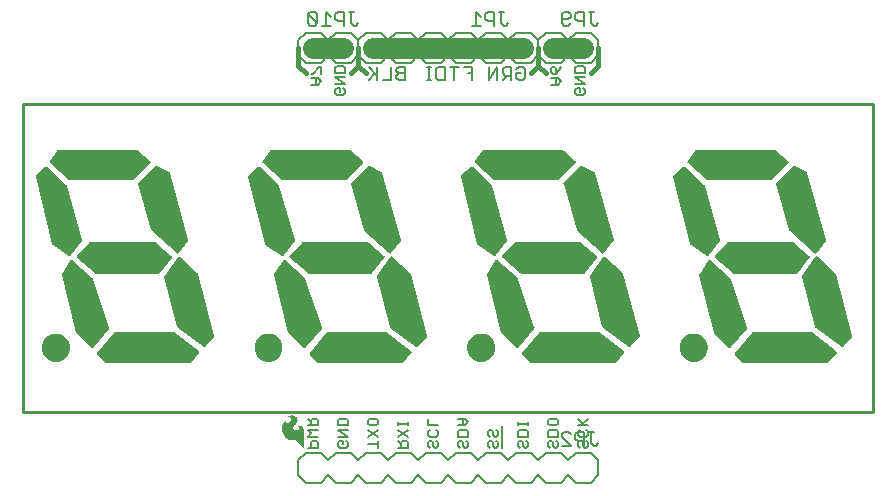
<source format=gbr>
G04 EAGLE Gerber RS-274X export*
G75*
%MOMM*%
%FSLAX34Y34*%
%LPD*%
%INSilkscreen Bottom*%
%IPPOS*%
%AMOC8*
5,1,8,0,0,1.08239X$1,22.5*%
G01*
%ADD10C,0.152400*%
%ADD11C,0.203200*%
%ADD12C,0.381000*%
%ADD13C,1.778000*%
%ADD14C,0.254000*%
%ADD15C,1.500000*%
%ADD16C,0.127000*%

G36*
X141140Y-89252D02*
X141140Y-89252D01*
X141280Y-89238D01*
X141297Y-89232D01*
X141316Y-89229D01*
X141446Y-89178D01*
X141579Y-89129D01*
X141594Y-89119D01*
X141611Y-89112D01*
X141725Y-89030D01*
X141842Y-88950D01*
X141860Y-88932D01*
X141869Y-88926D01*
X141881Y-88910D01*
X141955Y-88836D01*
X148955Y-80836D01*
X148957Y-80834D01*
X148959Y-80832D01*
X149045Y-80703D01*
X149133Y-80572D01*
X149134Y-80570D01*
X149135Y-80567D01*
X149187Y-80421D01*
X149240Y-80273D01*
X149240Y-80270D01*
X149241Y-80267D01*
X149254Y-80110D01*
X149268Y-79956D01*
X149268Y-79953D01*
X149268Y-79950D01*
X149243Y-79796D01*
X149218Y-79642D01*
X149217Y-79639D01*
X149216Y-79637D01*
X149153Y-79493D01*
X149090Y-79350D01*
X149089Y-79348D01*
X149088Y-79346D01*
X148990Y-79222D01*
X148895Y-79100D01*
X148893Y-79098D01*
X148891Y-79096D01*
X148769Y-78990D01*
X127769Y-62990D01*
X127757Y-62983D01*
X127747Y-62974D01*
X127620Y-62904D01*
X127494Y-62831D01*
X127481Y-62827D01*
X127469Y-62820D01*
X127328Y-62784D01*
X127188Y-62745D01*
X127174Y-62744D01*
X127161Y-62741D01*
X127000Y-62731D01*
X78000Y-62731D01*
X77999Y-62731D01*
X77998Y-62731D01*
X77842Y-62751D01*
X77684Y-62771D01*
X77683Y-62771D01*
X77535Y-62830D01*
X77389Y-62888D01*
X77388Y-62888D01*
X77387Y-62888D01*
X77259Y-62982D01*
X77131Y-63074D01*
X77131Y-63075D01*
X77130Y-63076D01*
X77020Y-63193D01*
X63020Y-80193D01*
X62989Y-80242D01*
X62951Y-80286D01*
X62905Y-80376D01*
X62850Y-80462D01*
X62833Y-80517D01*
X62806Y-80569D01*
X62784Y-80668D01*
X62753Y-80765D01*
X62749Y-80823D01*
X62737Y-80879D01*
X62740Y-80981D01*
X62733Y-81082D01*
X62744Y-81139D01*
X62746Y-81197D01*
X62774Y-81295D01*
X62794Y-81394D01*
X62818Y-81447D01*
X62835Y-81503D01*
X62886Y-81590D01*
X62930Y-81682D01*
X62967Y-81727D01*
X62996Y-81777D01*
X63103Y-81898D01*
X70103Y-88898D01*
X70181Y-88958D01*
X70253Y-89026D01*
X70306Y-89055D01*
X70354Y-89092D01*
X70445Y-89132D01*
X70531Y-89180D01*
X70590Y-89195D01*
X70646Y-89219D01*
X70744Y-89234D01*
X70839Y-89259D01*
X70939Y-89265D01*
X70960Y-89269D01*
X70972Y-89267D01*
X71000Y-89269D01*
X141000Y-89269D01*
X141140Y-89252D01*
G37*
G36*
X-38860Y-89252D02*
X-38860Y-89252D01*
X-38720Y-89238D01*
X-38703Y-89232D01*
X-38684Y-89229D01*
X-38554Y-89178D01*
X-38421Y-89129D01*
X-38406Y-89119D01*
X-38389Y-89112D01*
X-38275Y-89030D01*
X-38158Y-88950D01*
X-38141Y-88932D01*
X-38131Y-88926D01*
X-38119Y-88910D01*
X-38045Y-88836D01*
X-31045Y-80836D01*
X-31043Y-80834D01*
X-31041Y-80832D01*
X-30955Y-80703D01*
X-30867Y-80572D01*
X-30866Y-80570D01*
X-30865Y-80567D01*
X-30813Y-80421D01*
X-30760Y-80273D01*
X-30760Y-80270D01*
X-30759Y-80267D01*
X-30746Y-80110D01*
X-30732Y-79956D01*
X-30732Y-79953D01*
X-30732Y-79950D01*
X-30757Y-79796D01*
X-30782Y-79642D01*
X-30783Y-79639D01*
X-30784Y-79637D01*
X-30847Y-79493D01*
X-30910Y-79350D01*
X-30911Y-79348D01*
X-30912Y-79346D01*
X-31010Y-79222D01*
X-31105Y-79100D01*
X-31108Y-79098D01*
X-31109Y-79096D01*
X-31231Y-78990D01*
X-52231Y-62990D01*
X-52243Y-62983D01*
X-52253Y-62974D01*
X-52380Y-62904D01*
X-52506Y-62831D01*
X-52519Y-62827D01*
X-52531Y-62820D01*
X-52672Y-62784D01*
X-52812Y-62745D01*
X-52826Y-62744D01*
X-52839Y-62741D01*
X-53000Y-62731D01*
X-102000Y-62731D01*
X-102001Y-62731D01*
X-102002Y-62731D01*
X-102158Y-62751D01*
X-102316Y-62771D01*
X-102317Y-62771D01*
X-102465Y-62830D01*
X-102611Y-62888D01*
X-102612Y-62888D01*
X-102613Y-62888D01*
X-102741Y-62982D01*
X-102869Y-63074D01*
X-102869Y-63075D01*
X-102870Y-63076D01*
X-102980Y-63193D01*
X-116980Y-80193D01*
X-117011Y-80242D01*
X-117049Y-80286D01*
X-117095Y-80376D01*
X-117150Y-80462D01*
X-117167Y-80517D01*
X-117194Y-80569D01*
X-117216Y-80668D01*
X-117247Y-80765D01*
X-117251Y-80823D01*
X-117264Y-80879D01*
X-117260Y-80981D01*
X-117267Y-81082D01*
X-117256Y-81139D01*
X-117254Y-81197D01*
X-117226Y-81295D01*
X-117206Y-81394D01*
X-117182Y-81447D01*
X-117165Y-81503D01*
X-117114Y-81590D01*
X-117071Y-81682D01*
X-117033Y-81727D01*
X-117004Y-81777D01*
X-116898Y-81898D01*
X-109898Y-88898D01*
X-109819Y-88958D01*
X-109747Y-89026D01*
X-109694Y-89055D01*
X-109646Y-89092D01*
X-109555Y-89132D01*
X-109469Y-89180D01*
X-109410Y-89195D01*
X-109354Y-89219D01*
X-109256Y-89234D01*
X-109161Y-89259D01*
X-109061Y-89265D01*
X-109040Y-89269D01*
X-109028Y-89267D01*
X-109000Y-89269D01*
X-39000Y-89269D01*
X-38860Y-89252D01*
G37*
G36*
X321140Y-89252D02*
X321140Y-89252D01*
X321280Y-89238D01*
X321297Y-89232D01*
X321316Y-89229D01*
X321446Y-89178D01*
X321579Y-89129D01*
X321594Y-89119D01*
X321611Y-89112D01*
X321725Y-89030D01*
X321842Y-88950D01*
X321860Y-88932D01*
X321869Y-88926D01*
X321881Y-88910D01*
X321955Y-88836D01*
X328955Y-80836D01*
X328957Y-80834D01*
X328959Y-80832D01*
X329045Y-80703D01*
X329133Y-80572D01*
X329134Y-80570D01*
X329135Y-80567D01*
X329187Y-80421D01*
X329240Y-80273D01*
X329240Y-80270D01*
X329241Y-80267D01*
X329254Y-80110D01*
X329268Y-79956D01*
X329268Y-79953D01*
X329268Y-79950D01*
X329243Y-79796D01*
X329218Y-79642D01*
X329217Y-79639D01*
X329216Y-79637D01*
X329153Y-79493D01*
X329090Y-79350D01*
X329089Y-79348D01*
X329088Y-79346D01*
X328990Y-79222D01*
X328895Y-79100D01*
X328893Y-79098D01*
X328891Y-79096D01*
X328769Y-78990D01*
X307769Y-62990D01*
X307757Y-62983D01*
X307747Y-62974D01*
X307620Y-62904D01*
X307494Y-62831D01*
X307481Y-62827D01*
X307469Y-62820D01*
X307328Y-62784D01*
X307188Y-62745D01*
X307174Y-62744D01*
X307161Y-62741D01*
X307000Y-62731D01*
X258000Y-62731D01*
X257999Y-62731D01*
X257998Y-62731D01*
X257842Y-62751D01*
X257684Y-62771D01*
X257683Y-62771D01*
X257535Y-62830D01*
X257389Y-62888D01*
X257388Y-62888D01*
X257387Y-62888D01*
X257259Y-62982D01*
X257131Y-63074D01*
X257131Y-63075D01*
X257130Y-63076D01*
X257020Y-63193D01*
X243020Y-80193D01*
X242989Y-80242D01*
X242951Y-80286D01*
X242905Y-80376D01*
X242850Y-80462D01*
X242833Y-80517D01*
X242806Y-80569D01*
X242784Y-80668D01*
X242753Y-80765D01*
X242749Y-80823D01*
X242737Y-80879D01*
X242740Y-80981D01*
X242733Y-81082D01*
X242744Y-81139D01*
X242746Y-81197D01*
X242774Y-81295D01*
X242794Y-81394D01*
X242818Y-81447D01*
X242835Y-81503D01*
X242886Y-81590D01*
X242930Y-81682D01*
X242967Y-81727D01*
X242996Y-81777D01*
X243103Y-81898D01*
X250103Y-88898D01*
X250181Y-88958D01*
X250253Y-89026D01*
X250306Y-89055D01*
X250354Y-89092D01*
X250445Y-89132D01*
X250531Y-89180D01*
X250590Y-89195D01*
X250646Y-89219D01*
X250744Y-89234D01*
X250839Y-89259D01*
X250939Y-89265D01*
X250960Y-89269D01*
X250972Y-89267D01*
X251000Y-89269D01*
X321000Y-89269D01*
X321140Y-89252D01*
G37*
G36*
X-218860Y-89252D02*
X-218860Y-89252D01*
X-218720Y-89238D01*
X-218703Y-89232D01*
X-218684Y-89229D01*
X-218554Y-89178D01*
X-218421Y-89129D01*
X-218406Y-89119D01*
X-218389Y-89112D01*
X-218275Y-89030D01*
X-218158Y-88950D01*
X-218141Y-88932D01*
X-218131Y-88926D01*
X-218119Y-88910D01*
X-218045Y-88836D01*
X-211045Y-80836D01*
X-211043Y-80834D01*
X-211041Y-80832D01*
X-210955Y-80703D01*
X-210867Y-80572D01*
X-210866Y-80570D01*
X-210865Y-80567D01*
X-210813Y-80421D01*
X-210760Y-80273D01*
X-210760Y-80270D01*
X-210759Y-80267D01*
X-210746Y-80110D01*
X-210732Y-79956D01*
X-210732Y-79953D01*
X-210732Y-79950D01*
X-210757Y-79796D01*
X-210782Y-79642D01*
X-210783Y-79639D01*
X-210784Y-79637D01*
X-210847Y-79493D01*
X-210910Y-79350D01*
X-210911Y-79348D01*
X-210912Y-79346D01*
X-211010Y-79222D01*
X-211105Y-79100D01*
X-211108Y-79098D01*
X-211109Y-79096D01*
X-211231Y-78990D01*
X-232231Y-62990D01*
X-232243Y-62983D01*
X-232253Y-62974D01*
X-232380Y-62904D01*
X-232506Y-62831D01*
X-232519Y-62827D01*
X-232531Y-62820D01*
X-232672Y-62784D01*
X-232812Y-62745D01*
X-232826Y-62744D01*
X-232839Y-62741D01*
X-233000Y-62731D01*
X-282000Y-62731D01*
X-282001Y-62731D01*
X-282002Y-62731D01*
X-282158Y-62751D01*
X-282316Y-62771D01*
X-282317Y-62771D01*
X-282465Y-62830D01*
X-282611Y-62888D01*
X-282612Y-62888D01*
X-282613Y-62888D01*
X-282741Y-62982D01*
X-282869Y-63074D01*
X-282869Y-63075D01*
X-282870Y-63076D01*
X-282980Y-63193D01*
X-296980Y-80193D01*
X-297011Y-80242D01*
X-297049Y-80286D01*
X-297095Y-80376D01*
X-297150Y-80462D01*
X-297167Y-80517D01*
X-297194Y-80569D01*
X-297216Y-80668D01*
X-297247Y-80765D01*
X-297251Y-80823D01*
X-297264Y-80879D01*
X-297260Y-80981D01*
X-297267Y-81082D01*
X-297256Y-81139D01*
X-297254Y-81197D01*
X-297226Y-81295D01*
X-297206Y-81394D01*
X-297182Y-81447D01*
X-297165Y-81503D01*
X-297114Y-81590D01*
X-297071Y-81682D01*
X-297033Y-81727D01*
X-297004Y-81777D01*
X-296898Y-81898D01*
X-289898Y-88898D01*
X-289819Y-88958D01*
X-289747Y-89026D01*
X-289694Y-89055D01*
X-289646Y-89092D01*
X-289555Y-89132D01*
X-289469Y-89180D01*
X-289410Y-89195D01*
X-289354Y-89219D01*
X-289256Y-89234D01*
X-289161Y-89259D01*
X-289061Y-89265D01*
X-289040Y-89269D01*
X-289028Y-89267D01*
X-289000Y-89269D01*
X-219000Y-89269D01*
X-218860Y-89252D01*
G37*
G36*
X-266902Y65743D02*
X-266902Y65743D01*
X-266803Y65746D01*
X-266745Y65763D01*
X-266684Y65771D01*
X-266592Y65807D01*
X-266497Y65835D01*
X-266445Y65865D01*
X-266389Y65888D01*
X-266309Y65946D01*
X-266223Y65996D01*
X-266148Y66062D01*
X-266131Y66074D01*
X-266124Y66084D01*
X-266103Y66103D01*
X-252103Y80103D01*
X-252009Y80222D01*
X-251915Y80342D01*
X-251912Y80348D01*
X-251908Y80354D01*
X-251847Y80494D01*
X-251785Y80632D01*
X-251784Y80639D01*
X-251781Y80646D01*
X-251757Y80797D01*
X-251732Y80946D01*
X-251732Y80953D01*
X-251731Y80960D01*
X-251746Y81113D01*
X-251758Y81263D01*
X-251761Y81269D01*
X-251761Y81276D01*
X-251813Y81421D01*
X-251863Y81563D01*
X-251866Y81569D01*
X-251869Y81576D01*
X-251954Y81702D01*
X-252038Y81828D01*
X-252045Y81835D01*
X-252047Y81839D01*
X-252056Y81846D01*
X-252151Y81943D01*
X-262151Y90943D01*
X-262205Y90981D01*
X-262253Y91026D01*
X-262335Y91071D01*
X-262412Y91125D01*
X-262474Y91148D01*
X-262531Y91180D01*
X-262622Y91203D01*
X-262710Y91236D01*
X-262776Y91243D01*
X-262839Y91259D01*
X-263000Y91269D01*
X-330000Y91269D01*
X-330065Y91261D01*
X-330130Y91263D01*
X-330222Y91241D01*
X-330316Y91229D01*
X-330376Y91206D01*
X-330439Y91191D01*
X-330523Y91147D01*
X-330611Y91112D01*
X-330664Y91074D01*
X-330722Y91044D01*
X-330792Y90981D01*
X-330869Y90926D01*
X-330910Y90876D01*
X-330958Y90832D01*
X-331056Y90704D01*
X-337056Y81704D01*
X-337072Y81672D01*
X-337094Y81643D01*
X-337143Y81530D01*
X-337198Y81419D01*
X-337206Y81384D01*
X-337220Y81351D01*
X-337239Y81229D01*
X-337265Y81108D01*
X-337263Y81072D01*
X-337269Y81036D01*
X-337257Y80914D01*
X-337252Y80791D01*
X-337241Y80756D01*
X-337238Y80720D01*
X-337196Y80604D01*
X-337161Y80486D01*
X-337142Y80455D01*
X-337129Y80421D01*
X-337060Y80319D01*
X-336996Y80214D01*
X-336970Y80188D01*
X-336950Y80158D01*
X-336836Y80045D01*
X-320836Y66045D01*
X-320789Y66013D01*
X-320747Y65974D01*
X-320657Y65924D01*
X-320572Y65867D01*
X-320518Y65848D01*
X-320469Y65820D01*
X-320369Y65795D01*
X-320273Y65760D01*
X-320216Y65755D01*
X-320161Y65741D01*
X-320000Y65731D01*
X-267000Y65731D01*
X-266902Y65743D01*
G37*
G36*
X-86902Y65743D02*
X-86902Y65743D01*
X-86803Y65746D01*
X-86745Y65763D01*
X-86684Y65771D01*
X-86592Y65807D01*
X-86497Y65835D01*
X-86445Y65865D01*
X-86389Y65888D01*
X-86309Y65946D01*
X-86223Y65996D01*
X-86148Y66062D01*
X-86131Y66074D01*
X-86124Y66084D01*
X-86103Y66103D01*
X-72103Y80103D01*
X-72009Y80222D01*
X-71915Y80342D01*
X-71912Y80348D01*
X-71908Y80354D01*
X-71847Y80494D01*
X-71785Y80632D01*
X-71784Y80639D01*
X-71781Y80646D01*
X-71757Y80797D01*
X-71732Y80946D01*
X-71732Y80953D01*
X-71731Y80960D01*
X-71746Y81113D01*
X-71758Y81263D01*
X-71761Y81269D01*
X-71761Y81276D01*
X-71813Y81421D01*
X-71863Y81563D01*
X-71866Y81569D01*
X-71869Y81576D01*
X-71954Y81702D01*
X-72038Y81828D01*
X-72045Y81835D01*
X-72047Y81839D01*
X-72056Y81846D01*
X-72151Y81943D01*
X-82151Y90943D01*
X-82205Y90981D01*
X-82253Y91026D01*
X-82335Y91071D01*
X-82412Y91125D01*
X-82474Y91148D01*
X-82531Y91180D01*
X-82622Y91203D01*
X-82710Y91236D01*
X-82776Y91243D01*
X-82839Y91259D01*
X-83000Y91269D01*
X-150000Y91269D01*
X-150065Y91261D01*
X-150130Y91263D01*
X-150222Y91241D01*
X-150316Y91229D01*
X-150376Y91206D01*
X-150439Y91191D01*
X-150523Y91147D01*
X-150611Y91112D01*
X-150664Y91074D01*
X-150722Y91044D01*
X-150792Y90981D01*
X-150869Y90926D01*
X-150910Y90876D01*
X-150958Y90832D01*
X-151056Y90704D01*
X-157056Y81704D01*
X-157072Y81672D01*
X-157094Y81643D01*
X-157143Y81530D01*
X-157198Y81419D01*
X-157206Y81384D01*
X-157220Y81351D01*
X-157239Y81229D01*
X-157265Y81108D01*
X-157263Y81072D01*
X-157269Y81036D01*
X-157257Y80914D01*
X-157252Y80791D01*
X-157241Y80756D01*
X-157238Y80720D01*
X-157196Y80604D01*
X-157161Y80486D01*
X-157142Y80455D01*
X-157129Y80421D01*
X-157060Y80319D01*
X-156996Y80214D01*
X-156970Y80188D01*
X-156950Y80158D01*
X-156836Y80045D01*
X-140836Y66045D01*
X-140789Y66013D01*
X-140747Y65974D01*
X-140657Y65924D01*
X-140572Y65867D01*
X-140518Y65848D01*
X-140469Y65820D01*
X-140369Y65795D01*
X-140273Y65760D01*
X-140216Y65755D01*
X-140161Y65741D01*
X-140000Y65731D01*
X-87000Y65731D01*
X-86902Y65743D01*
G37*
G36*
X93098Y65743D02*
X93098Y65743D01*
X93197Y65746D01*
X93255Y65763D01*
X93316Y65771D01*
X93408Y65807D01*
X93503Y65835D01*
X93555Y65865D01*
X93611Y65888D01*
X93691Y65946D01*
X93777Y65996D01*
X93852Y66062D01*
X93869Y66074D01*
X93876Y66084D01*
X93898Y66103D01*
X107898Y80103D01*
X107991Y80222D01*
X108085Y80342D01*
X108088Y80348D01*
X108092Y80354D01*
X108153Y80494D01*
X108215Y80632D01*
X108216Y80639D01*
X108219Y80646D01*
X108243Y80797D01*
X108268Y80946D01*
X108268Y80953D01*
X108269Y80960D01*
X108254Y81113D01*
X108242Y81263D01*
X108239Y81269D01*
X108239Y81276D01*
X108187Y81421D01*
X108137Y81563D01*
X108134Y81569D01*
X108131Y81576D01*
X108046Y81702D01*
X107962Y81828D01*
X107955Y81835D01*
X107953Y81839D01*
X107944Y81846D01*
X107849Y81943D01*
X97849Y90943D01*
X97795Y90981D01*
X97747Y91026D01*
X97665Y91071D01*
X97588Y91125D01*
X97526Y91148D01*
X97469Y91180D01*
X97378Y91203D01*
X97290Y91236D01*
X97224Y91243D01*
X97161Y91259D01*
X97000Y91269D01*
X30000Y91269D01*
X29936Y91261D01*
X29871Y91263D01*
X29778Y91241D01*
X29684Y91229D01*
X29624Y91206D01*
X29561Y91191D01*
X29477Y91147D01*
X29389Y91112D01*
X29336Y91074D01*
X29278Y91044D01*
X29208Y90981D01*
X29131Y90926D01*
X29090Y90876D01*
X29042Y90832D01*
X28944Y90704D01*
X22944Y81704D01*
X22928Y81672D01*
X22906Y81643D01*
X22857Y81530D01*
X22802Y81419D01*
X22794Y81384D01*
X22780Y81351D01*
X22761Y81229D01*
X22735Y81108D01*
X22737Y81072D01*
X22731Y81036D01*
X22743Y80914D01*
X22748Y80791D01*
X22759Y80756D01*
X22762Y80720D01*
X22804Y80604D01*
X22839Y80486D01*
X22858Y80455D01*
X22871Y80421D01*
X22940Y80319D01*
X23004Y80214D01*
X23030Y80188D01*
X23050Y80158D01*
X23164Y80045D01*
X39164Y66045D01*
X39211Y66013D01*
X39253Y65974D01*
X39343Y65924D01*
X39428Y65867D01*
X39482Y65848D01*
X39531Y65820D01*
X39631Y65795D01*
X39728Y65760D01*
X39784Y65755D01*
X39839Y65741D01*
X40000Y65731D01*
X93000Y65731D01*
X93098Y65743D01*
G37*
G36*
X273098Y65743D02*
X273098Y65743D01*
X273197Y65746D01*
X273255Y65763D01*
X273316Y65771D01*
X273408Y65807D01*
X273503Y65835D01*
X273555Y65865D01*
X273611Y65888D01*
X273691Y65946D01*
X273777Y65996D01*
X273852Y66062D01*
X273869Y66074D01*
X273876Y66084D01*
X273898Y66103D01*
X287898Y80103D01*
X287991Y80222D01*
X288085Y80342D01*
X288088Y80348D01*
X288092Y80354D01*
X288153Y80494D01*
X288215Y80632D01*
X288216Y80639D01*
X288219Y80646D01*
X288243Y80797D01*
X288268Y80946D01*
X288268Y80953D01*
X288269Y80960D01*
X288254Y81113D01*
X288242Y81263D01*
X288239Y81269D01*
X288239Y81276D01*
X288187Y81421D01*
X288137Y81563D01*
X288134Y81569D01*
X288131Y81576D01*
X288046Y81702D01*
X287962Y81828D01*
X287955Y81835D01*
X287953Y81839D01*
X287944Y81846D01*
X287849Y81943D01*
X277849Y90943D01*
X277795Y90981D01*
X277747Y91026D01*
X277665Y91071D01*
X277588Y91125D01*
X277526Y91148D01*
X277469Y91180D01*
X277378Y91203D01*
X277290Y91236D01*
X277224Y91243D01*
X277161Y91259D01*
X277000Y91269D01*
X210000Y91269D01*
X209936Y91261D01*
X209871Y91263D01*
X209778Y91241D01*
X209684Y91229D01*
X209624Y91206D01*
X209561Y91191D01*
X209477Y91147D01*
X209389Y91112D01*
X209336Y91074D01*
X209278Y91044D01*
X209208Y90981D01*
X209131Y90926D01*
X209090Y90876D01*
X209042Y90832D01*
X208944Y90704D01*
X202944Y81704D01*
X202928Y81672D01*
X202906Y81643D01*
X202857Y81530D01*
X202802Y81419D01*
X202794Y81384D01*
X202780Y81351D01*
X202761Y81229D01*
X202735Y81108D01*
X202737Y81072D01*
X202731Y81036D01*
X202743Y80914D01*
X202748Y80791D01*
X202759Y80756D01*
X202762Y80720D01*
X202804Y80604D01*
X202839Y80486D01*
X202858Y80455D01*
X202871Y80421D01*
X202940Y80319D01*
X203004Y80214D01*
X203030Y80188D01*
X203050Y80158D01*
X203164Y80045D01*
X219164Y66045D01*
X219211Y66013D01*
X219253Y65974D01*
X219343Y65924D01*
X219428Y65867D01*
X219482Y65848D01*
X219531Y65820D01*
X219631Y65795D01*
X219728Y65760D01*
X219784Y65755D01*
X219839Y65741D01*
X220000Y65731D01*
X273000Y65731D01*
X273098Y65743D01*
G37*
G36*
X-25939Y-75259D02*
X-25939Y-75259D01*
X-25842Y-75259D01*
X-25782Y-75244D01*
X-25720Y-75238D01*
X-25628Y-75205D01*
X-25534Y-75181D01*
X-25479Y-75151D01*
X-25421Y-75129D01*
X-25340Y-75074D01*
X-25255Y-75028D01*
X-25210Y-74985D01*
X-25158Y-74950D01*
X-25045Y-74836D01*
X-18045Y-66836D01*
X-18009Y-66782D01*
X-17965Y-66735D01*
X-17920Y-66651D01*
X-17867Y-66572D01*
X-17845Y-66511D01*
X-17815Y-66455D01*
X-17792Y-66362D01*
X-17760Y-66273D01*
X-17755Y-66208D01*
X-17739Y-66146D01*
X-17740Y-66051D01*
X-17732Y-65956D01*
X-17742Y-65892D01*
X-17742Y-65828D01*
X-17774Y-65670D01*
X-31774Y-13670D01*
X-31817Y-13565D01*
X-31853Y-13457D01*
X-31877Y-13418D01*
X-31895Y-13376D01*
X-31962Y-13285D01*
X-32023Y-13189D01*
X-32072Y-13138D01*
X-32085Y-13121D01*
X-32099Y-13109D01*
X-32134Y-13072D01*
X-47134Y928D01*
X-47178Y960D01*
X-47216Y998D01*
X-47306Y1052D01*
X-47392Y1114D01*
X-47442Y1134D01*
X-47489Y1162D01*
X-47590Y1192D01*
X-47688Y1230D01*
X-47742Y1237D01*
X-47794Y1252D01*
X-47899Y1256D01*
X-48003Y1269D01*
X-48057Y1262D01*
X-48111Y1264D01*
X-48214Y1242D01*
X-48319Y1229D01*
X-48369Y1208D01*
X-48422Y1197D01*
X-48516Y1150D01*
X-48614Y1111D01*
X-48658Y1079D01*
X-48707Y1054D01*
X-48786Y985D01*
X-48871Y923D01*
X-48906Y881D01*
X-48946Y846D01*
X-49046Y719D01*
X-60046Y-15281D01*
X-60113Y-15410D01*
X-60182Y-15537D01*
X-60185Y-15551D01*
X-60192Y-15564D01*
X-60224Y-15705D01*
X-60260Y-15846D01*
X-60260Y-15860D01*
X-60263Y-15873D01*
X-60259Y-16019D01*
X-60259Y-16164D01*
X-60255Y-16182D01*
X-60255Y-16191D01*
X-60250Y-16208D01*
X-60228Y-16322D01*
X-49228Y-58322D01*
X-49214Y-58355D01*
X-49208Y-58390D01*
X-49155Y-58502D01*
X-49109Y-58617D01*
X-49088Y-58646D01*
X-49073Y-58678D01*
X-48994Y-58774D01*
X-48921Y-58873D01*
X-48893Y-58896D01*
X-48870Y-58924D01*
X-48747Y-59027D01*
X-26747Y-75027D01*
X-26692Y-75057D01*
X-26643Y-75094D01*
X-26553Y-75133D01*
X-26468Y-75180D01*
X-26408Y-75195D01*
X-26351Y-75220D01*
X-26254Y-75235D01*
X-26160Y-75259D01*
X-26098Y-75259D01*
X-26036Y-75269D01*
X-25939Y-75259D01*
G37*
G36*
X154061Y-75259D02*
X154061Y-75259D01*
X154158Y-75259D01*
X154218Y-75244D01*
X154280Y-75238D01*
X154372Y-75205D01*
X154466Y-75181D01*
X154521Y-75151D01*
X154579Y-75129D01*
X154660Y-75074D01*
X154745Y-75028D01*
X154790Y-74985D01*
X154842Y-74950D01*
X154955Y-74836D01*
X161955Y-66836D01*
X161991Y-66782D01*
X162035Y-66735D01*
X162080Y-66651D01*
X162133Y-66572D01*
X162155Y-66511D01*
X162185Y-66455D01*
X162208Y-66362D01*
X162240Y-66273D01*
X162246Y-66208D01*
X162261Y-66146D01*
X162260Y-66051D01*
X162268Y-65956D01*
X162258Y-65892D01*
X162258Y-65828D01*
X162226Y-65670D01*
X148226Y-13670D01*
X148183Y-13565D01*
X148147Y-13457D01*
X148123Y-13418D01*
X148105Y-13376D01*
X148038Y-13285D01*
X147977Y-13189D01*
X147928Y-13138D01*
X147915Y-13121D01*
X147901Y-13109D01*
X147866Y-13072D01*
X132866Y928D01*
X132822Y960D01*
X132784Y998D01*
X132694Y1052D01*
X132608Y1114D01*
X132558Y1134D01*
X132511Y1162D01*
X132410Y1192D01*
X132312Y1230D01*
X132258Y1237D01*
X132206Y1252D01*
X132101Y1256D01*
X131997Y1269D01*
X131943Y1262D01*
X131889Y1264D01*
X131786Y1242D01*
X131681Y1229D01*
X131631Y1208D01*
X131578Y1197D01*
X131484Y1150D01*
X131386Y1111D01*
X131342Y1079D01*
X131293Y1054D01*
X131214Y985D01*
X131129Y923D01*
X131094Y881D01*
X131054Y846D01*
X130954Y719D01*
X119954Y-15281D01*
X119887Y-15410D01*
X119818Y-15537D01*
X119815Y-15551D01*
X119808Y-15564D01*
X119776Y-15705D01*
X119740Y-15846D01*
X119740Y-15860D01*
X119737Y-15873D01*
X119741Y-16019D01*
X119741Y-16164D01*
X119745Y-16182D01*
X119745Y-16191D01*
X119750Y-16208D01*
X119772Y-16322D01*
X130772Y-58322D01*
X130786Y-58355D01*
X130792Y-58390D01*
X130845Y-58502D01*
X130891Y-58617D01*
X130912Y-58646D01*
X130927Y-58678D01*
X131006Y-58774D01*
X131079Y-58873D01*
X131107Y-58896D01*
X131130Y-58924D01*
X131253Y-59027D01*
X153253Y-75027D01*
X153308Y-75057D01*
X153357Y-75094D01*
X153447Y-75133D01*
X153532Y-75180D01*
X153592Y-75195D01*
X153649Y-75220D01*
X153746Y-75235D01*
X153840Y-75259D01*
X153902Y-75259D01*
X153964Y-75269D01*
X154061Y-75259D01*
G37*
G36*
X-205939Y-75259D02*
X-205939Y-75259D01*
X-205842Y-75259D01*
X-205782Y-75244D01*
X-205720Y-75238D01*
X-205628Y-75205D01*
X-205534Y-75181D01*
X-205479Y-75151D01*
X-205421Y-75129D01*
X-205340Y-75074D01*
X-205255Y-75028D01*
X-205210Y-74985D01*
X-205158Y-74950D01*
X-205045Y-74836D01*
X-198045Y-66836D01*
X-198009Y-66782D01*
X-197965Y-66735D01*
X-197920Y-66651D01*
X-197867Y-66572D01*
X-197845Y-66511D01*
X-197815Y-66455D01*
X-197792Y-66362D01*
X-197760Y-66273D01*
X-197755Y-66208D01*
X-197739Y-66146D01*
X-197740Y-66051D01*
X-197732Y-65956D01*
X-197742Y-65892D01*
X-197742Y-65828D01*
X-197774Y-65670D01*
X-211774Y-13670D01*
X-211817Y-13565D01*
X-211853Y-13457D01*
X-211877Y-13418D01*
X-211895Y-13376D01*
X-211962Y-13285D01*
X-212023Y-13189D01*
X-212072Y-13138D01*
X-212085Y-13121D01*
X-212099Y-13109D01*
X-212134Y-13072D01*
X-227134Y928D01*
X-227178Y960D01*
X-227216Y998D01*
X-227306Y1052D01*
X-227392Y1114D01*
X-227442Y1134D01*
X-227489Y1162D01*
X-227590Y1192D01*
X-227688Y1230D01*
X-227742Y1237D01*
X-227794Y1252D01*
X-227899Y1256D01*
X-228003Y1269D01*
X-228057Y1262D01*
X-228111Y1264D01*
X-228214Y1242D01*
X-228319Y1229D01*
X-228369Y1208D01*
X-228422Y1197D01*
X-228516Y1150D01*
X-228614Y1111D01*
X-228658Y1079D01*
X-228707Y1054D01*
X-228786Y985D01*
X-228871Y923D01*
X-228906Y881D01*
X-228946Y846D01*
X-229046Y719D01*
X-240046Y-15281D01*
X-240113Y-15410D01*
X-240182Y-15537D01*
X-240185Y-15551D01*
X-240192Y-15564D01*
X-240224Y-15705D01*
X-240260Y-15846D01*
X-240260Y-15860D01*
X-240263Y-15873D01*
X-240259Y-16019D01*
X-240259Y-16164D01*
X-240255Y-16182D01*
X-240255Y-16191D01*
X-240250Y-16208D01*
X-240228Y-16322D01*
X-229228Y-58322D01*
X-229214Y-58355D01*
X-229208Y-58390D01*
X-229155Y-58502D01*
X-229109Y-58617D01*
X-229088Y-58646D01*
X-229073Y-58678D01*
X-228994Y-58774D01*
X-228921Y-58873D01*
X-228893Y-58896D01*
X-228870Y-58924D01*
X-228747Y-59027D01*
X-206747Y-75027D01*
X-206692Y-75057D01*
X-206643Y-75094D01*
X-206553Y-75133D01*
X-206468Y-75180D01*
X-206408Y-75195D01*
X-206351Y-75220D01*
X-206254Y-75235D01*
X-206160Y-75259D01*
X-206098Y-75259D01*
X-206036Y-75269D01*
X-205939Y-75259D01*
G37*
G36*
X334061Y-75259D02*
X334061Y-75259D01*
X334158Y-75259D01*
X334218Y-75244D01*
X334280Y-75238D01*
X334372Y-75205D01*
X334466Y-75181D01*
X334521Y-75151D01*
X334579Y-75129D01*
X334660Y-75074D01*
X334745Y-75028D01*
X334790Y-74985D01*
X334842Y-74950D01*
X334955Y-74836D01*
X341955Y-66836D01*
X341991Y-66782D01*
X342035Y-66735D01*
X342080Y-66651D01*
X342133Y-66572D01*
X342155Y-66511D01*
X342185Y-66455D01*
X342208Y-66362D01*
X342240Y-66273D01*
X342246Y-66208D01*
X342261Y-66146D01*
X342260Y-66051D01*
X342268Y-65956D01*
X342258Y-65892D01*
X342258Y-65828D01*
X342226Y-65670D01*
X328226Y-13670D01*
X328183Y-13565D01*
X328147Y-13457D01*
X328123Y-13418D01*
X328105Y-13376D01*
X328038Y-13285D01*
X327977Y-13189D01*
X327928Y-13138D01*
X327915Y-13121D01*
X327901Y-13109D01*
X327866Y-13072D01*
X312866Y928D01*
X312822Y960D01*
X312784Y998D01*
X312694Y1052D01*
X312608Y1114D01*
X312558Y1134D01*
X312511Y1162D01*
X312410Y1192D01*
X312312Y1230D01*
X312258Y1237D01*
X312206Y1252D01*
X312101Y1256D01*
X311997Y1269D01*
X311943Y1262D01*
X311889Y1264D01*
X311786Y1242D01*
X311681Y1229D01*
X311631Y1208D01*
X311578Y1197D01*
X311484Y1150D01*
X311386Y1111D01*
X311342Y1079D01*
X311293Y1054D01*
X311214Y985D01*
X311129Y923D01*
X311094Y881D01*
X311054Y846D01*
X310954Y719D01*
X299954Y-15281D01*
X299887Y-15410D01*
X299818Y-15537D01*
X299815Y-15551D01*
X299808Y-15564D01*
X299776Y-15705D01*
X299740Y-15846D01*
X299740Y-15860D01*
X299737Y-15873D01*
X299741Y-16019D01*
X299741Y-16164D01*
X299745Y-16182D01*
X299745Y-16191D01*
X299750Y-16208D01*
X299772Y-16322D01*
X310772Y-58322D01*
X310786Y-58355D01*
X310792Y-58390D01*
X310845Y-58502D01*
X310891Y-58617D01*
X310912Y-58646D01*
X310927Y-58678D01*
X311006Y-58774D01*
X311079Y-58873D01*
X311107Y-58896D01*
X311130Y-58924D01*
X311253Y-59027D01*
X333253Y-75027D01*
X333308Y-75057D01*
X333357Y-75094D01*
X333447Y-75133D01*
X333532Y-75180D01*
X333592Y-75195D01*
X333649Y-75220D01*
X333746Y-75235D01*
X333840Y-75259D01*
X333902Y-75259D01*
X333964Y-75269D01*
X334061Y-75259D01*
G37*
G36*
X-244978Y-13267D02*
X-244978Y-13267D01*
X-244956Y-13269D01*
X-244821Y-13247D01*
X-244684Y-13229D01*
X-244664Y-13221D01*
X-244642Y-13218D01*
X-244516Y-13163D01*
X-244389Y-13112D01*
X-244371Y-13099D01*
X-244351Y-13091D01*
X-244243Y-13006D01*
X-244131Y-12926D01*
X-244117Y-12909D01*
X-244100Y-12895D01*
X-243994Y-12774D01*
X-233994Y226D01*
X-233949Y304D01*
X-233895Y375D01*
X-233869Y440D01*
X-233833Y501D01*
X-233808Y587D01*
X-233775Y670D01*
X-233765Y739D01*
X-233746Y806D01*
X-233743Y896D01*
X-233731Y985D01*
X-233739Y1054D01*
X-233737Y1124D01*
X-233757Y1212D01*
X-233767Y1301D01*
X-233792Y1366D01*
X-233807Y1434D01*
X-233848Y1514D01*
X-233880Y1598D01*
X-233921Y1655D01*
X-233953Y1717D01*
X-234012Y1784D01*
X-234064Y1857D01*
X-234154Y1944D01*
X-234164Y1955D01*
X-234170Y1959D01*
X-234180Y1969D01*
X-247180Y12969D01*
X-247219Y12994D01*
X-247253Y13026D01*
X-247352Y13081D01*
X-247447Y13142D01*
X-247491Y13157D01*
X-247531Y13180D01*
X-247641Y13208D01*
X-247748Y13244D01*
X-247794Y13247D01*
X-247839Y13259D01*
X-248000Y13269D01*
X-303000Y13269D01*
X-303128Y13253D01*
X-303257Y13243D01*
X-303285Y13233D01*
X-303316Y13229D01*
X-303435Y13182D01*
X-303558Y13140D01*
X-303583Y13124D01*
X-303611Y13112D01*
X-303716Y13037D01*
X-303824Y12966D01*
X-303855Y12936D01*
X-303869Y12926D01*
X-303883Y12909D01*
X-303939Y12854D01*
X-313939Y1854D01*
X-314016Y1744D01*
X-314097Y1638D01*
X-314107Y1614D01*
X-314122Y1594D01*
X-314169Y1468D01*
X-314222Y1345D01*
X-314225Y1320D01*
X-314234Y1296D01*
X-314249Y1163D01*
X-314269Y1030D01*
X-314266Y1005D01*
X-314269Y980D01*
X-314250Y847D01*
X-314237Y714D01*
X-314228Y690D01*
X-314224Y665D01*
X-314173Y541D01*
X-314127Y416D01*
X-314112Y395D01*
X-314103Y371D01*
X-314022Y264D01*
X-313946Y154D01*
X-313920Y129D01*
X-313912Y117D01*
X-313895Y103D01*
X-313831Y41D01*
X-298831Y-12959D01*
X-298786Y-12989D01*
X-298747Y-13026D01*
X-298655Y-13077D01*
X-298567Y-13136D01*
X-298516Y-13154D01*
X-298469Y-13180D01*
X-298366Y-13206D01*
X-298267Y-13241D01*
X-298213Y-13246D01*
X-298161Y-13259D01*
X-298000Y-13269D01*
X-245000Y-13269D01*
X-244978Y-13267D01*
G37*
G36*
X295022Y-13267D02*
X295022Y-13267D01*
X295044Y-13269D01*
X295179Y-13247D01*
X295316Y-13229D01*
X295336Y-13221D01*
X295358Y-13218D01*
X295484Y-13163D01*
X295611Y-13112D01*
X295629Y-13099D01*
X295649Y-13091D01*
X295757Y-13006D01*
X295869Y-12926D01*
X295883Y-12909D01*
X295900Y-12895D01*
X296006Y-12774D01*
X306006Y226D01*
X306051Y304D01*
X306105Y375D01*
X306131Y440D01*
X306167Y501D01*
X306192Y587D01*
X306226Y670D01*
X306235Y739D01*
X306254Y806D01*
X306257Y896D01*
X306269Y985D01*
X306261Y1054D01*
X306263Y1124D01*
X306243Y1212D01*
X306233Y1301D01*
X306208Y1366D01*
X306193Y1434D01*
X306152Y1514D01*
X306120Y1598D01*
X306079Y1655D01*
X306047Y1717D01*
X305988Y1784D01*
X305936Y1857D01*
X305846Y1944D01*
X305836Y1955D01*
X305830Y1959D01*
X305820Y1969D01*
X292820Y12969D01*
X292781Y12994D01*
X292747Y13026D01*
X292648Y13081D01*
X292553Y13142D01*
X292509Y13157D01*
X292469Y13180D01*
X292359Y13208D01*
X292252Y13244D01*
X292206Y13247D01*
X292161Y13259D01*
X292000Y13269D01*
X237000Y13269D01*
X236872Y13253D01*
X236743Y13243D01*
X236715Y13233D01*
X236684Y13229D01*
X236565Y13182D01*
X236442Y13140D01*
X236417Y13124D01*
X236389Y13112D01*
X236285Y13037D01*
X236176Y12966D01*
X236145Y12936D01*
X236131Y12926D01*
X236117Y12909D01*
X236061Y12854D01*
X226061Y1854D01*
X225984Y1744D01*
X225903Y1638D01*
X225893Y1614D01*
X225878Y1594D01*
X225831Y1468D01*
X225778Y1345D01*
X225775Y1320D01*
X225766Y1296D01*
X225751Y1163D01*
X225731Y1030D01*
X225734Y1005D01*
X225731Y980D01*
X225750Y847D01*
X225763Y714D01*
X225772Y690D01*
X225776Y665D01*
X225827Y541D01*
X225873Y416D01*
X225888Y395D01*
X225897Y371D01*
X225978Y264D01*
X226054Y154D01*
X226080Y129D01*
X226088Y117D01*
X226105Y103D01*
X226169Y41D01*
X241169Y-12959D01*
X241214Y-12989D01*
X241253Y-13026D01*
X241345Y-13077D01*
X241433Y-13136D01*
X241484Y-13154D01*
X241531Y-13180D01*
X241634Y-13206D01*
X241733Y-13241D01*
X241787Y-13246D01*
X241839Y-13259D01*
X242000Y-13269D01*
X295000Y-13269D01*
X295022Y-13267D01*
G37*
G36*
X115022Y-13267D02*
X115022Y-13267D01*
X115044Y-13269D01*
X115179Y-13247D01*
X115316Y-13229D01*
X115336Y-13221D01*
X115358Y-13218D01*
X115484Y-13163D01*
X115611Y-13112D01*
X115629Y-13099D01*
X115649Y-13091D01*
X115757Y-13006D01*
X115869Y-12926D01*
X115883Y-12909D01*
X115900Y-12895D01*
X116006Y-12774D01*
X126006Y226D01*
X126051Y304D01*
X126105Y375D01*
X126131Y440D01*
X126167Y501D01*
X126192Y587D01*
X126226Y670D01*
X126235Y739D01*
X126254Y806D01*
X126257Y896D01*
X126269Y985D01*
X126261Y1054D01*
X126263Y1124D01*
X126243Y1212D01*
X126233Y1301D01*
X126208Y1366D01*
X126193Y1434D01*
X126152Y1514D01*
X126120Y1598D01*
X126079Y1655D01*
X126047Y1717D01*
X125988Y1784D01*
X125936Y1857D01*
X125846Y1944D01*
X125836Y1955D01*
X125830Y1959D01*
X125820Y1969D01*
X112820Y12969D01*
X112781Y12994D01*
X112747Y13026D01*
X112648Y13081D01*
X112553Y13142D01*
X112509Y13157D01*
X112469Y13180D01*
X112359Y13208D01*
X112252Y13244D01*
X112206Y13247D01*
X112161Y13259D01*
X112000Y13269D01*
X57000Y13269D01*
X56872Y13253D01*
X56743Y13243D01*
X56715Y13233D01*
X56684Y13229D01*
X56565Y13182D01*
X56442Y13140D01*
X56417Y13124D01*
X56389Y13112D01*
X56285Y13037D01*
X56176Y12966D01*
X56145Y12936D01*
X56131Y12926D01*
X56117Y12909D01*
X56061Y12854D01*
X46061Y1854D01*
X45984Y1744D01*
X45903Y1638D01*
X45893Y1614D01*
X45878Y1594D01*
X45831Y1468D01*
X45778Y1345D01*
X45775Y1320D01*
X45766Y1296D01*
X45751Y1163D01*
X45731Y1030D01*
X45734Y1005D01*
X45731Y980D01*
X45750Y847D01*
X45763Y714D01*
X45772Y690D01*
X45776Y665D01*
X45827Y541D01*
X45873Y416D01*
X45888Y395D01*
X45897Y371D01*
X45978Y264D01*
X46054Y154D01*
X46080Y129D01*
X46088Y117D01*
X46105Y103D01*
X46169Y41D01*
X61169Y-12959D01*
X61214Y-12989D01*
X61253Y-13026D01*
X61345Y-13077D01*
X61433Y-13136D01*
X61484Y-13154D01*
X61531Y-13180D01*
X61634Y-13206D01*
X61733Y-13241D01*
X61787Y-13246D01*
X61839Y-13259D01*
X62000Y-13269D01*
X115000Y-13269D01*
X115022Y-13267D01*
G37*
G36*
X-64978Y-13267D02*
X-64978Y-13267D01*
X-64956Y-13269D01*
X-64821Y-13247D01*
X-64684Y-13229D01*
X-64664Y-13221D01*
X-64642Y-13218D01*
X-64516Y-13163D01*
X-64389Y-13112D01*
X-64371Y-13099D01*
X-64351Y-13091D01*
X-64243Y-13006D01*
X-64131Y-12926D01*
X-64117Y-12909D01*
X-64100Y-12895D01*
X-63994Y-12774D01*
X-53994Y226D01*
X-53949Y304D01*
X-53895Y375D01*
X-53869Y440D01*
X-53833Y501D01*
X-53808Y587D01*
X-53775Y670D01*
X-53765Y739D01*
X-53746Y806D01*
X-53743Y896D01*
X-53731Y985D01*
X-53739Y1054D01*
X-53737Y1124D01*
X-53757Y1212D01*
X-53767Y1301D01*
X-53792Y1366D01*
X-53807Y1434D01*
X-53848Y1514D01*
X-53880Y1598D01*
X-53921Y1655D01*
X-53953Y1717D01*
X-54012Y1784D01*
X-54064Y1857D01*
X-54154Y1944D01*
X-54164Y1955D01*
X-54170Y1959D01*
X-54180Y1969D01*
X-67180Y12969D01*
X-67219Y12994D01*
X-67253Y13026D01*
X-67352Y13081D01*
X-67447Y13142D01*
X-67491Y13157D01*
X-67531Y13180D01*
X-67641Y13208D01*
X-67748Y13244D01*
X-67794Y13247D01*
X-67839Y13259D01*
X-68000Y13269D01*
X-123000Y13269D01*
X-123128Y13253D01*
X-123257Y13243D01*
X-123285Y13233D01*
X-123316Y13229D01*
X-123435Y13182D01*
X-123558Y13140D01*
X-123583Y13124D01*
X-123611Y13112D01*
X-123716Y13037D01*
X-123824Y12966D01*
X-123855Y12936D01*
X-123869Y12926D01*
X-123883Y12909D01*
X-123939Y12854D01*
X-133939Y1854D01*
X-134016Y1744D01*
X-134097Y1638D01*
X-134107Y1614D01*
X-134122Y1594D01*
X-134169Y1468D01*
X-134222Y1345D01*
X-134225Y1320D01*
X-134234Y1296D01*
X-134249Y1163D01*
X-134269Y1030D01*
X-134266Y1005D01*
X-134269Y980D01*
X-134250Y847D01*
X-134237Y714D01*
X-134228Y690D01*
X-134224Y665D01*
X-134173Y541D01*
X-134127Y416D01*
X-134112Y395D01*
X-134103Y371D01*
X-134022Y264D01*
X-133946Y154D01*
X-133920Y129D01*
X-133912Y117D01*
X-133895Y103D01*
X-133831Y41D01*
X-118831Y-12959D01*
X-118786Y-12989D01*
X-118747Y-13026D01*
X-118655Y-13077D01*
X-118567Y-13136D01*
X-118516Y-13154D01*
X-118469Y-13180D01*
X-118366Y-13206D01*
X-118267Y-13241D01*
X-118213Y-13246D01*
X-118161Y-13259D01*
X-118000Y-13269D01*
X-65000Y-13269D01*
X-64978Y-13267D01*
G37*
G36*
X311021Y3731D02*
X311021Y3731D01*
X311023Y3731D01*
X311183Y3754D01*
X311334Y3776D01*
X311336Y3776D01*
X311338Y3777D01*
X311488Y3839D01*
X311628Y3897D01*
X311630Y3898D01*
X311631Y3899D01*
X311757Y3993D01*
X311883Y4088D01*
X311884Y4090D01*
X311885Y4090D01*
X311887Y4093D01*
X311991Y4207D01*
X319991Y14207D01*
X320014Y14244D01*
X320043Y14276D01*
X320096Y14379D01*
X320157Y14478D01*
X320170Y14520D01*
X320190Y14558D01*
X320216Y14671D01*
X320250Y14782D01*
X320253Y14826D01*
X320262Y14868D01*
X320260Y14984D01*
X320265Y15100D01*
X320257Y15142D01*
X320256Y15186D01*
X320222Y15343D01*
X304222Y72343D01*
X304172Y72462D01*
X304127Y72584D01*
X304110Y72608D01*
X304098Y72636D01*
X304020Y72739D01*
X303947Y72845D01*
X303924Y72865D01*
X303906Y72889D01*
X303804Y72970D01*
X303707Y73054D01*
X303670Y73076D01*
X303656Y73086D01*
X303636Y73095D01*
X303568Y73135D01*
X293568Y78135D01*
X293497Y78160D01*
X293431Y78194D01*
X293348Y78213D01*
X293268Y78241D01*
X293193Y78247D01*
X293121Y78264D01*
X293035Y78261D01*
X292951Y78268D01*
X292877Y78256D01*
X292803Y78254D01*
X292721Y78230D01*
X292637Y78216D01*
X292569Y78186D01*
X292497Y78165D01*
X292424Y78122D01*
X292346Y78088D01*
X292288Y78042D01*
X292223Y78004D01*
X292103Y77898D01*
X278103Y63898D01*
X278033Y63807D01*
X277957Y63723D01*
X277936Y63682D01*
X277908Y63646D01*
X277862Y63542D01*
X277810Y63441D01*
X277799Y63396D01*
X277781Y63354D01*
X277763Y63242D01*
X277738Y63131D01*
X277739Y63085D01*
X277731Y63040D01*
X277742Y62927D01*
X277745Y62813D01*
X277759Y62745D01*
X277761Y62724D01*
X277768Y62706D01*
X277778Y62655D01*
X288778Y23655D01*
X288824Y23549D01*
X288834Y23520D01*
X288840Y23499D01*
X288841Y23498D01*
X288861Y23440D01*
X288885Y23403D01*
X288902Y23363D01*
X288973Y23271D01*
X289036Y23174D01*
X289082Y23127D01*
X289095Y23110D01*
X289111Y23098D01*
X289148Y23059D01*
X310148Y4059D01*
X310277Y3969D01*
X310406Y3878D01*
X310408Y3878D01*
X310409Y3877D01*
X310563Y3819D01*
X310704Y3766D01*
X310705Y3766D01*
X310707Y3765D01*
X310868Y3748D01*
X311020Y3731D01*
X311021Y3731D01*
G37*
G36*
X-48979Y3731D02*
X-48979Y3731D01*
X-48977Y3731D01*
X-48817Y3754D01*
X-48666Y3776D01*
X-48664Y3776D01*
X-48662Y3777D01*
X-48512Y3839D01*
X-48372Y3897D01*
X-48370Y3898D01*
X-48369Y3899D01*
X-48243Y3993D01*
X-48117Y4088D01*
X-48116Y4090D01*
X-48115Y4090D01*
X-48113Y4093D01*
X-48009Y4207D01*
X-40009Y14207D01*
X-39986Y14244D01*
X-39957Y14276D01*
X-39904Y14379D01*
X-39843Y14478D01*
X-39830Y14520D01*
X-39810Y14558D01*
X-39784Y14671D01*
X-39750Y14782D01*
X-39748Y14826D01*
X-39738Y14868D01*
X-39740Y14984D01*
X-39735Y15100D01*
X-39743Y15142D01*
X-39744Y15186D01*
X-39778Y15343D01*
X-55778Y72343D01*
X-55828Y72462D01*
X-55873Y72584D01*
X-55890Y72608D01*
X-55902Y72636D01*
X-55980Y72739D01*
X-56053Y72845D01*
X-56076Y72865D01*
X-56094Y72889D01*
X-56196Y72970D01*
X-56293Y73054D01*
X-56330Y73076D01*
X-56344Y73086D01*
X-56364Y73095D01*
X-56432Y73135D01*
X-66432Y78135D01*
X-66503Y78160D01*
X-66569Y78194D01*
X-66652Y78213D01*
X-66732Y78241D01*
X-66807Y78247D01*
X-66879Y78264D01*
X-66965Y78261D01*
X-67049Y78268D01*
X-67123Y78256D01*
X-67197Y78254D01*
X-67279Y78230D01*
X-67363Y78216D01*
X-67431Y78186D01*
X-67503Y78165D01*
X-67576Y78122D01*
X-67654Y78088D01*
X-67712Y78042D01*
X-67777Y78004D01*
X-67898Y77898D01*
X-81898Y63898D01*
X-81967Y63807D01*
X-82043Y63723D01*
X-82065Y63682D01*
X-82092Y63646D01*
X-82138Y63542D01*
X-82190Y63441D01*
X-82201Y63396D01*
X-82219Y63354D01*
X-82237Y63242D01*
X-82263Y63131D01*
X-82261Y63085D01*
X-82269Y63040D01*
X-82258Y62927D01*
X-82255Y62813D01*
X-82241Y62745D01*
X-82239Y62724D01*
X-82232Y62706D01*
X-82222Y62655D01*
X-71222Y23655D01*
X-71176Y23549D01*
X-71167Y23520D01*
X-71160Y23499D01*
X-71159Y23498D01*
X-71139Y23440D01*
X-71115Y23403D01*
X-71098Y23363D01*
X-71027Y23271D01*
X-70964Y23174D01*
X-70918Y23127D01*
X-70905Y23110D01*
X-70889Y23098D01*
X-70852Y23059D01*
X-49852Y4059D01*
X-49724Y3969D01*
X-49594Y3878D01*
X-49592Y3878D01*
X-49591Y3877D01*
X-49437Y3819D01*
X-49296Y3766D01*
X-49295Y3766D01*
X-49293Y3765D01*
X-49132Y3748D01*
X-48980Y3731D01*
X-48979Y3731D01*
G37*
G36*
X131021Y3731D02*
X131021Y3731D01*
X131023Y3731D01*
X131183Y3754D01*
X131334Y3776D01*
X131336Y3776D01*
X131338Y3777D01*
X131488Y3839D01*
X131628Y3897D01*
X131630Y3898D01*
X131631Y3899D01*
X131757Y3993D01*
X131883Y4088D01*
X131884Y4090D01*
X131885Y4090D01*
X131887Y4093D01*
X131991Y4207D01*
X139991Y14207D01*
X140014Y14244D01*
X140043Y14276D01*
X140096Y14379D01*
X140157Y14478D01*
X140170Y14520D01*
X140190Y14558D01*
X140216Y14671D01*
X140250Y14782D01*
X140253Y14826D01*
X140262Y14868D01*
X140260Y14984D01*
X140265Y15100D01*
X140257Y15142D01*
X140256Y15186D01*
X140222Y15343D01*
X124222Y72343D01*
X124172Y72462D01*
X124127Y72584D01*
X124110Y72608D01*
X124098Y72636D01*
X124020Y72739D01*
X123947Y72845D01*
X123924Y72865D01*
X123906Y72889D01*
X123804Y72970D01*
X123707Y73054D01*
X123670Y73076D01*
X123656Y73086D01*
X123636Y73095D01*
X123568Y73135D01*
X113568Y78135D01*
X113497Y78160D01*
X113431Y78194D01*
X113348Y78213D01*
X113268Y78241D01*
X113193Y78247D01*
X113121Y78264D01*
X113035Y78261D01*
X112951Y78268D01*
X112877Y78256D01*
X112803Y78254D01*
X112721Y78230D01*
X112637Y78216D01*
X112569Y78186D01*
X112497Y78165D01*
X112424Y78122D01*
X112346Y78088D01*
X112288Y78042D01*
X112223Y78004D01*
X112103Y77898D01*
X98103Y63898D01*
X98033Y63807D01*
X97957Y63723D01*
X97936Y63682D01*
X97908Y63646D01*
X97862Y63542D01*
X97810Y63441D01*
X97799Y63396D01*
X97781Y63354D01*
X97763Y63242D01*
X97738Y63131D01*
X97739Y63085D01*
X97731Y63040D01*
X97742Y62927D01*
X97745Y62813D01*
X97759Y62745D01*
X97761Y62724D01*
X97768Y62706D01*
X97778Y62655D01*
X108778Y23655D01*
X108824Y23549D01*
X108834Y23520D01*
X108840Y23499D01*
X108841Y23498D01*
X108861Y23440D01*
X108885Y23403D01*
X108902Y23363D01*
X108973Y23271D01*
X109036Y23174D01*
X109082Y23127D01*
X109095Y23110D01*
X109111Y23098D01*
X109148Y23059D01*
X130148Y4059D01*
X130277Y3969D01*
X130406Y3878D01*
X130408Y3878D01*
X130409Y3877D01*
X130563Y3819D01*
X130704Y3766D01*
X130705Y3766D01*
X130707Y3765D01*
X130868Y3748D01*
X131020Y3731D01*
X131021Y3731D01*
G37*
G36*
X-228979Y3731D02*
X-228979Y3731D01*
X-228977Y3731D01*
X-228817Y3754D01*
X-228666Y3776D01*
X-228664Y3776D01*
X-228662Y3777D01*
X-228512Y3839D01*
X-228372Y3897D01*
X-228370Y3898D01*
X-228369Y3899D01*
X-228243Y3993D01*
X-228117Y4088D01*
X-228116Y4090D01*
X-228115Y4090D01*
X-228113Y4093D01*
X-228009Y4207D01*
X-220009Y14207D01*
X-219986Y14244D01*
X-219957Y14276D01*
X-219904Y14379D01*
X-219843Y14478D01*
X-219830Y14520D01*
X-219810Y14558D01*
X-219784Y14671D01*
X-219750Y14782D01*
X-219748Y14826D01*
X-219738Y14868D01*
X-219740Y14984D01*
X-219735Y15100D01*
X-219743Y15142D01*
X-219744Y15186D01*
X-219778Y15343D01*
X-235778Y72343D01*
X-235828Y72462D01*
X-235873Y72584D01*
X-235890Y72608D01*
X-235902Y72636D01*
X-235980Y72739D01*
X-236053Y72845D01*
X-236076Y72865D01*
X-236094Y72889D01*
X-236196Y72970D01*
X-236293Y73054D01*
X-236330Y73076D01*
X-236344Y73086D01*
X-236364Y73095D01*
X-236432Y73135D01*
X-246432Y78135D01*
X-246503Y78160D01*
X-246569Y78194D01*
X-246652Y78213D01*
X-246732Y78241D01*
X-246807Y78247D01*
X-246879Y78264D01*
X-246965Y78261D01*
X-247049Y78268D01*
X-247123Y78256D01*
X-247197Y78254D01*
X-247279Y78230D01*
X-247363Y78216D01*
X-247431Y78186D01*
X-247503Y78165D01*
X-247576Y78122D01*
X-247654Y78088D01*
X-247712Y78042D01*
X-247777Y78004D01*
X-247898Y77898D01*
X-261898Y63898D01*
X-261967Y63807D01*
X-262043Y63723D01*
X-262065Y63682D01*
X-262092Y63646D01*
X-262138Y63542D01*
X-262190Y63441D01*
X-262201Y63396D01*
X-262219Y63354D01*
X-262237Y63242D01*
X-262263Y63131D01*
X-262261Y63085D01*
X-262269Y63040D01*
X-262258Y62927D01*
X-262255Y62813D01*
X-262241Y62745D01*
X-262239Y62724D01*
X-262232Y62706D01*
X-262222Y62655D01*
X-251222Y23655D01*
X-251176Y23549D01*
X-251167Y23520D01*
X-251160Y23499D01*
X-251159Y23498D01*
X-251139Y23440D01*
X-251115Y23403D01*
X-251098Y23363D01*
X-251027Y23271D01*
X-250964Y23174D01*
X-250918Y23127D01*
X-250905Y23110D01*
X-250889Y23098D01*
X-250852Y23059D01*
X-229852Y4059D01*
X-229724Y3969D01*
X-229594Y3878D01*
X-229592Y3878D01*
X-229591Y3877D01*
X-229437Y3819D01*
X-229296Y3766D01*
X-229295Y3766D01*
X-229293Y3765D01*
X-229132Y3748D01*
X-228980Y3731D01*
X-228979Y3731D01*
G37*
G36*
X239169Y-76248D02*
X239169Y-76248D01*
X239325Y-76227D01*
X239326Y-76227D01*
X239486Y-76162D01*
X239620Y-76108D01*
X239620Y-76107D01*
X239727Y-76028D01*
X239876Y-75919D01*
X239985Y-75800D01*
X252985Y-59800D01*
X253029Y-59730D01*
X253081Y-59665D01*
X253113Y-59595D01*
X253153Y-59530D01*
X253178Y-59451D01*
X253212Y-59376D01*
X253226Y-59300D01*
X253249Y-59227D01*
X253253Y-59144D01*
X253268Y-59062D01*
X253262Y-58986D01*
X253266Y-58910D01*
X253250Y-58828D01*
X253243Y-58745D01*
X253205Y-58605D01*
X253204Y-58598D01*
X253203Y-58595D01*
X253201Y-58590D01*
X239201Y-17590D01*
X239162Y-17510D01*
X239132Y-17426D01*
X239092Y-17367D01*
X239062Y-17304D01*
X239004Y-17236D01*
X238954Y-17162D01*
X238865Y-17073D01*
X238855Y-17062D01*
X238850Y-17058D01*
X238840Y-17048D01*
X221840Y-2048D01*
X221791Y-2015D01*
X221748Y-1975D01*
X221660Y-1926D01*
X221577Y-1869D01*
X221521Y-1849D01*
X221470Y-1821D01*
X221372Y-1796D01*
X221278Y-1762D01*
X221219Y-1756D01*
X221162Y-1741D01*
X221061Y-1741D01*
X220961Y-1731D01*
X220903Y-1741D01*
X220844Y-1740D01*
X220746Y-1765D01*
X220647Y-1781D01*
X220593Y-1804D01*
X220535Y-1819D01*
X220447Y-1867D01*
X220355Y-1907D01*
X220308Y-1943D01*
X220256Y-1971D01*
X220183Y-2040D01*
X220103Y-2102D01*
X220067Y-2148D01*
X220024Y-2189D01*
X219929Y-2319D01*
X212929Y-13319D01*
X212881Y-13420D01*
X212826Y-13518D01*
X212813Y-13564D01*
X212793Y-13606D01*
X212772Y-13717D01*
X212743Y-13825D01*
X212742Y-13872D01*
X212733Y-13918D01*
X212740Y-14031D01*
X212739Y-14143D01*
X212752Y-14214D01*
X212753Y-14236D01*
X212759Y-14253D01*
X212767Y-14302D01*
X224767Y-63302D01*
X224814Y-63424D01*
X224856Y-63549D01*
X224871Y-63573D01*
X224881Y-63599D01*
X224957Y-63706D01*
X225028Y-63816D01*
X225056Y-63845D01*
X225065Y-63858D01*
X225082Y-63872D01*
X225139Y-63933D01*
X238139Y-75933D01*
X238265Y-76022D01*
X238398Y-76117D01*
X238571Y-76184D01*
X238694Y-76232D01*
X238695Y-76232D01*
X238874Y-76253D01*
X239010Y-76269D01*
X239169Y-76248D01*
G37*
G36*
X-300831Y-76248D02*
X-300831Y-76248D01*
X-300675Y-76227D01*
X-300674Y-76227D01*
X-300514Y-76162D01*
X-300380Y-76108D01*
X-300380Y-76107D01*
X-300273Y-76028D01*
X-300124Y-75919D01*
X-300015Y-75800D01*
X-287015Y-59800D01*
X-286971Y-59730D01*
X-286919Y-59665D01*
X-286887Y-59595D01*
X-286847Y-59530D01*
X-286822Y-59451D01*
X-286788Y-59376D01*
X-286774Y-59300D01*
X-286751Y-59227D01*
X-286747Y-59144D01*
X-286732Y-59062D01*
X-286738Y-58986D01*
X-286734Y-58910D01*
X-286750Y-58828D01*
X-286757Y-58745D01*
X-286795Y-58605D01*
X-286796Y-58598D01*
X-286797Y-58595D01*
X-286799Y-58590D01*
X-300799Y-17590D01*
X-300838Y-17510D01*
X-300868Y-17426D01*
X-300908Y-17367D01*
X-300939Y-17304D01*
X-300996Y-17236D01*
X-301047Y-17162D01*
X-301135Y-17073D01*
X-301145Y-17062D01*
X-301150Y-17058D01*
X-301160Y-17048D01*
X-318160Y-2048D01*
X-318209Y-2015D01*
X-318252Y-1975D01*
X-318340Y-1926D01*
X-318423Y-1869D01*
X-318479Y-1849D01*
X-318530Y-1821D01*
X-318628Y-1796D01*
X-318722Y-1762D01*
X-318781Y-1756D01*
X-318838Y-1741D01*
X-318939Y-1741D01*
X-319039Y-1731D01*
X-319097Y-1741D01*
X-319156Y-1740D01*
X-319254Y-1765D01*
X-319353Y-1781D01*
X-319407Y-1804D01*
X-319465Y-1819D01*
X-319553Y-1867D01*
X-319645Y-1907D01*
X-319692Y-1943D01*
X-319744Y-1971D01*
X-319817Y-2040D01*
X-319897Y-2102D01*
X-319933Y-2148D01*
X-319976Y-2189D01*
X-320071Y-2319D01*
X-327071Y-13319D01*
X-327119Y-13420D01*
X-327174Y-13518D01*
X-327187Y-13564D01*
X-327207Y-13606D01*
X-327228Y-13717D01*
X-327257Y-13825D01*
X-327258Y-13872D01*
X-327267Y-13918D01*
X-327260Y-14031D01*
X-327261Y-14143D01*
X-327248Y-14214D01*
X-327247Y-14236D01*
X-327242Y-14253D01*
X-327233Y-14302D01*
X-315233Y-63302D01*
X-315186Y-63424D01*
X-315144Y-63549D01*
X-315129Y-63573D01*
X-315119Y-63599D01*
X-315043Y-63706D01*
X-314972Y-63816D01*
X-314944Y-63845D01*
X-314935Y-63858D01*
X-314918Y-63872D01*
X-314861Y-63933D01*
X-301861Y-75933D01*
X-301736Y-76022D01*
X-301602Y-76117D01*
X-301429Y-76184D01*
X-301306Y-76232D01*
X-301305Y-76232D01*
X-301126Y-76253D01*
X-300990Y-76269D01*
X-300831Y-76248D01*
G37*
G36*
X-120831Y-76248D02*
X-120831Y-76248D01*
X-120675Y-76227D01*
X-120674Y-76227D01*
X-120514Y-76162D01*
X-120380Y-76108D01*
X-120380Y-76107D01*
X-120273Y-76028D01*
X-120124Y-75919D01*
X-120015Y-75800D01*
X-107015Y-59800D01*
X-106971Y-59730D01*
X-106919Y-59665D01*
X-106887Y-59595D01*
X-106847Y-59530D01*
X-106822Y-59451D01*
X-106788Y-59376D01*
X-106774Y-59300D01*
X-106751Y-59227D01*
X-106747Y-59144D01*
X-106732Y-59062D01*
X-106738Y-58986D01*
X-106734Y-58910D01*
X-106750Y-58828D01*
X-106757Y-58745D01*
X-106795Y-58605D01*
X-106796Y-58598D01*
X-106797Y-58595D01*
X-106799Y-58590D01*
X-120799Y-17590D01*
X-120838Y-17510D01*
X-120868Y-17426D01*
X-120908Y-17367D01*
X-120939Y-17304D01*
X-120996Y-17236D01*
X-121047Y-17162D01*
X-121135Y-17073D01*
X-121145Y-17062D01*
X-121150Y-17058D01*
X-121160Y-17048D01*
X-138160Y-2048D01*
X-138209Y-2015D01*
X-138252Y-1975D01*
X-138340Y-1926D01*
X-138423Y-1869D01*
X-138479Y-1849D01*
X-138530Y-1821D01*
X-138628Y-1796D01*
X-138722Y-1762D01*
X-138781Y-1756D01*
X-138838Y-1741D01*
X-138939Y-1741D01*
X-139039Y-1731D01*
X-139097Y-1741D01*
X-139156Y-1740D01*
X-139254Y-1765D01*
X-139353Y-1781D01*
X-139407Y-1804D01*
X-139465Y-1819D01*
X-139553Y-1867D01*
X-139645Y-1907D01*
X-139692Y-1943D01*
X-139744Y-1971D01*
X-139817Y-2040D01*
X-139897Y-2102D01*
X-139933Y-2148D01*
X-139976Y-2189D01*
X-140071Y-2319D01*
X-147071Y-13319D01*
X-147119Y-13420D01*
X-147174Y-13518D01*
X-147187Y-13564D01*
X-147207Y-13606D01*
X-147228Y-13717D01*
X-147257Y-13825D01*
X-147258Y-13872D01*
X-147267Y-13918D01*
X-147260Y-14031D01*
X-147261Y-14143D01*
X-147248Y-14214D01*
X-147247Y-14236D01*
X-147242Y-14253D01*
X-147233Y-14302D01*
X-135233Y-63302D01*
X-135186Y-63424D01*
X-135144Y-63549D01*
X-135129Y-63573D01*
X-135119Y-63599D01*
X-135043Y-63706D01*
X-134972Y-63816D01*
X-134944Y-63845D01*
X-134935Y-63858D01*
X-134918Y-63872D01*
X-134861Y-63933D01*
X-121861Y-75933D01*
X-121736Y-76022D01*
X-121602Y-76117D01*
X-121429Y-76184D01*
X-121306Y-76232D01*
X-121305Y-76232D01*
X-121126Y-76253D01*
X-120990Y-76269D01*
X-120831Y-76248D01*
G37*
G36*
X59169Y-76248D02*
X59169Y-76248D01*
X59325Y-76227D01*
X59326Y-76227D01*
X59486Y-76162D01*
X59620Y-76108D01*
X59620Y-76107D01*
X59727Y-76028D01*
X59876Y-75919D01*
X59985Y-75800D01*
X72985Y-59800D01*
X73029Y-59730D01*
X73081Y-59665D01*
X73113Y-59595D01*
X73153Y-59530D01*
X73178Y-59451D01*
X73212Y-59376D01*
X73226Y-59300D01*
X73249Y-59227D01*
X73253Y-59144D01*
X73268Y-59062D01*
X73262Y-58986D01*
X73266Y-58910D01*
X73250Y-58828D01*
X73243Y-58745D01*
X73205Y-58605D01*
X73204Y-58598D01*
X73203Y-58595D01*
X73201Y-58590D01*
X59201Y-17590D01*
X59162Y-17510D01*
X59132Y-17426D01*
X59092Y-17367D01*
X59062Y-17304D01*
X59004Y-17236D01*
X58954Y-17162D01*
X58865Y-17073D01*
X58855Y-17062D01*
X58850Y-17058D01*
X58840Y-17048D01*
X41840Y-2048D01*
X41791Y-2015D01*
X41748Y-1975D01*
X41660Y-1926D01*
X41577Y-1869D01*
X41521Y-1849D01*
X41470Y-1821D01*
X41372Y-1796D01*
X41278Y-1762D01*
X41219Y-1756D01*
X41162Y-1741D01*
X41061Y-1741D01*
X40961Y-1731D01*
X40903Y-1741D01*
X40844Y-1740D01*
X40746Y-1765D01*
X40647Y-1781D01*
X40593Y-1804D01*
X40535Y-1819D01*
X40447Y-1867D01*
X40355Y-1907D01*
X40308Y-1943D01*
X40256Y-1971D01*
X40183Y-2040D01*
X40103Y-2102D01*
X40067Y-2148D01*
X40024Y-2189D01*
X39929Y-2319D01*
X32929Y-13319D01*
X32881Y-13420D01*
X32826Y-13518D01*
X32813Y-13564D01*
X32793Y-13606D01*
X32772Y-13717D01*
X32743Y-13825D01*
X32742Y-13872D01*
X32733Y-13918D01*
X32740Y-14031D01*
X32739Y-14143D01*
X32752Y-14214D01*
X32753Y-14236D01*
X32759Y-14253D01*
X32767Y-14302D01*
X44767Y-63302D01*
X44814Y-63424D01*
X44856Y-63549D01*
X44871Y-63573D01*
X44881Y-63599D01*
X44957Y-63706D01*
X45028Y-63816D01*
X45056Y-63845D01*
X45065Y-63858D01*
X45082Y-63872D01*
X45139Y-63933D01*
X58139Y-75933D01*
X58265Y-76022D01*
X58398Y-76117D01*
X58571Y-76184D01*
X58694Y-76232D01*
X58695Y-76232D01*
X58874Y-76253D01*
X59010Y-76269D01*
X59169Y-76248D01*
G37*
G36*
X-319856Y1747D02*
X-319856Y1747D01*
X-319770Y1752D01*
X-319700Y1774D01*
X-319627Y1787D01*
X-319549Y1822D01*
X-319467Y1848D01*
X-319404Y1887D01*
X-319338Y1917D01*
X-319270Y1971D01*
X-319197Y2017D01*
X-319147Y2070D01*
X-319089Y2116D01*
X-318985Y2238D01*
X-309985Y14238D01*
X-309973Y14260D01*
X-309956Y14278D01*
X-309894Y14398D01*
X-309827Y14515D01*
X-309821Y14538D01*
X-309809Y14560D01*
X-309779Y14691D01*
X-309743Y14822D01*
X-309743Y14846D01*
X-309737Y14870D01*
X-309741Y15005D01*
X-309738Y15140D01*
X-309744Y15163D01*
X-309745Y15188D01*
X-309779Y15345D01*
X-322779Y61345D01*
X-322819Y61441D01*
X-322851Y61540D01*
X-322881Y61587D01*
X-322903Y61638D01*
X-322966Y61721D01*
X-323022Y61809D01*
X-323083Y61874D01*
X-323096Y61891D01*
X-323107Y61900D01*
X-323132Y61926D01*
X-339132Y76926D01*
X-339178Y76959D01*
X-339218Y76999D01*
X-339306Y77052D01*
X-339389Y77113D01*
X-339442Y77134D01*
X-339491Y77163D01*
X-339589Y77192D01*
X-339685Y77230D01*
X-339741Y77237D01*
X-339796Y77253D01*
X-339899Y77256D01*
X-340001Y77269D01*
X-340057Y77262D01*
X-340113Y77264D01*
X-340214Y77242D01*
X-340316Y77229D01*
X-340369Y77208D01*
X-340424Y77196D01*
X-340516Y77150D01*
X-340612Y77112D01*
X-340658Y77079D01*
X-340708Y77053D01*
X-340836Y76955D01*
X-348836Y69955D01*
X-348850Y69939D01*
X-348867Y69927D01*
X-348938Y69841D01*
X-349018Y69758D01*
X-349031Y69736D01*
X-349047Y69717D01*
X-349058Y69697D01*
X-349070Y69682D01*
X-349115Y69586D01*
X-349175Y69481D01*
X-349181Y69457D01*
X-349193Y69435D01*
X-349198Y69410D01*
X-349206Y69394D01*
X-349225Y69295D01*
X-349257Y69174D01*
X-349258Y69149D01*
X-349263Y69125D01*
X-349262Y69098D01*
X-349266Y69082D01*
X-349260Y68985D01*
X-349261Y68856D01*
X-349255Y68821D01*
X-349254Y68807D01*
X-349249Y68786D01*
X-349246Y68774D01*
X-349246Y68764D01*
X-349243Y68756D01*
X-349233Y68697D01*
X-335233Y11697D01*
X-335203Y11620D01*
X-335183Y11541D01*
X-335146Y11473D01*
X-335119Y11400D01*
X-335071Y11333D01*
X-335032Y11261D01*
X-334979Y11204D01*
X-334934Y11141D01*
X-334872Y11088D01*
X-334816Y11028D01*
X-334696Y10939D01*
X-334692Y10936D01*
X-334690Y10935D01*
X-334686Y10932D01*
X-320686Y1932D01*
X-320620Y1901D01*
X-320559Y1860D01*
X-320477Y1832D01*
X-320399Y1795D01*
X-320327Y1781D01*
X-320258Y1757D01*
X-320172Y1750D01*
X-320087Y1734D01*
X-320014Y1738D01*
X-319941Y1732D01*
X-319856Y1747D01*
G37*
G36*
X40144Y1747D02*
X40144Y1747D01*
X40230Y1752D01*
X40300Y1774D01*
X40373Y1787D01*
X40451Y1822D01*
X40533Y1848D01*
X40596Y1887D01*
X40663Y1917D01*
X40730Y1971D01*
X40803Y2017D01*
X40853Y2070D01*
X40911Y2116D01*
X41015Y2238D01*
X50015Y14238D01*
X50028Y14260D01*
X50044Y14278D01*
X50106Y14398D01*
X50173Y14515D01*
X50179Y14538D01*
X50191Y14560D01*
X50221Y14691D01*
X50257Y14822D01*
X50257Y14846D01*
X50263Y14870D01*
X50259Y15005D01*
X50262Y15140D01*
X50256Y15163D01*
X50255Y15188D01*
X50221Y15345D01*
X37221Y61345D01*
X37181Y61441D01*
X37149Y61540D01*
X37119Y61587D01*
X37097Y61638D01*
X37034Y61721D01*
X36978Y61809D01*
X36917Y61874D01*
X36904Y61891D01*
X36893Y61900D01*
X36868Y61926D01*
X20868Y76926D01*
X20822Y76959D01*
X20782Y76999D01*
X20694Y77052D01*
X20611Y77113D01*
X20558Y77134D01*
X20509Y77163D01*
X20411Y77192D01*
X20315Y77230D01*
X20259Y77237D01*
X20204Y77253D01*
X20101Y77256D01*
X19999Y77269D01*
X19943Y77262D01*
X19887Y77264D01*
X19786Y77242D01*
X19684Y77229D01*
X19631Y77208D01*
X19576Y77196D01*
X19484Y77150D01*
X19388Y77112D01*
X19342Y77079D01*
X19292Y77053D01*
X19164Y76955D01*
X11164Y69955D01*
X11150Y69939D01*
X11133Y69927D01*
X11062Y69841D01*
X10982Y69758D01*
X10969Y69736D01*
X10953Y69717D01*
X10942Y69697D01*
X10930Y69682D01*
X10885Y69586D01*
X10825Y69481D01*
X10819Y69457D01*
X10808Y69435D01*
X10802Y69410D01*
X10794Y69394D01*
X10775Y69295D01*
X10743Y69174D01*
X10742Y69149D01*
X10737Y69125D01*
X10738Y69098D01*
X10734Y69082D01*
X10740Y68985D01*
X10739Y68856D01*
X10745Y68821D01*
X10746Y68807D01*
X10751Y68786D01*
X10754Y68774D01*
X10754Y68764D01*
X10757Y68756D01*
X10767Y68697D01*
X24767Y11697D01*
X24797Y11620D01*
X24817Y11541D01*
X24854Y11473D01*
X24881Y11400D01*
X24929Y11333D01*
X24968Y11261D01*
X25021Y11204D01*
X25066Y11141D01*
X25128Y11088D01*
X25184Y11028D01*
X25304Y10939D01*
X25308Y10936D01*
X25310Y10935D01*
X25314Y10932D01*
X39314Y1932D01*
X39380Y1901D01*
X39441Y1860D01*
X39523Y1832D01*
X39601Y1795D01*
X39673Y1781D01*
X39742Y1757D01*
X39828Y1750D01*
X39913Y1734D01*
X39986Y1738D01*
X40059Y1732D01*
X40144Y1747D01*
G37*
G36*
X220144Y1747D02*
X220144Y1747D01*
X220230Y1752D01*
X220300Y1774D01*
X220373Y1787D01*
X220451Y1822D01*
X220533Y1848D01*
X220596Y1887D01*
X220663Y1917D01*
X220730Y1971D01*
X220803Y2017D01*
X220853Y2070D01*
X220911Y2116D01*
X221015Y2238D01*
X230015Y14238D01*
X230028Y14260D01*
X230044Y14278D01*
X230106Y14398D01*
X230173Y14515D01*
X230179Y14538D01*
X230191Y14560D01*
X230221Y14691D01*
X230257Y14822D01*
X230257Y14846D01*
X230263Y14870D01*
X230259Y15005D01*
X230262Y15140D01*
X230256Y15163D01*
X230255Y15188D01*
X230221Y15345D01*
X217221Y61345D01*
X217181Y61441D01*
X217149Y61540D01*
X217119Y61587D01*
X217097Y61638D01*
X217034Y61721D01*
X216978Y61809D01*
X216917Y61874D01*
X216904Y61891D01*
X216893Y61900D01*
X216868Y61926D01*
X200868Y76926D01*
X200822Y76959D01*
X200782Y76999D01*
X200694Y77052D01*
X200611Y77113D01*
X200558Y77134D01*
X200509Y77163D01*
X200411Y77192D01*
X200315Y77230D01*
X200259Y77237D01*
X200204Y77253D01*
X200101Y77256D01*
X199999Y77269D01*
X199943Y77262D01*
X199887Y77264D01*
X199786Y77242D01*
X199684Y77229D01*
X199631Y77208D01*
X199576Y77196D01*
X199484Y77150D01*
X199388Y77112D01*
X199342Y77079D01*
X199292Y77053D01*
X199164Y76955D01*
X191164Y69955D01*
X191150Y69939D01*
X191133Y69927D01*
X191062Y69841D01*
X190982Y69758D01*
X190969Y69736D01*
X190953Y69717D01*
X190942Y69697D01*
X190930Y69682D01*
X190885Y69586D01*
X190825Y69481D01*
X190819Y69457D01*
X190808Y69435D01*
X190802Y69410D01*
X190794Y69394D01*
X190775Y69295D01*
X190743Y69174D01*
X190742Y69149D01*
X190737Y69125D01*
X190738Y69098D01*
X190734Y69082D01*
X190740Y68985D01*
X190739Y68856D01*
X190745Y68821D01*
X190746Y68807D01*
X190751Y68786D01*
X190754Y68774D01*
X190754Y68764D01*
X190757Y68756D01*
X190767Y68697D01*
X204767Y11697D01*
X204797Y11620D01*
X204817Y11541D01*
X204854Y11473D01*
X204881Y11400D01*
X204929Y11333D01*
X204968Y11261D01*
X205021Y11204D01*
X205066Y11141D01*
X205128Y11088D01*
X205184Y11028D01*
X205304Y10939D01*
X205308Y10936D01*
X205310Y10935D01*
X205314Y10932D01*
X219314Y1932D01*
X219380Y1901D01*
X219441Y1860D01*
X219523Y1832D01*
X219601Y1795D01*
X219673Y1781D01*
X219742Y1757D01*
X219828Y1750D01*
X219913Y1734D01*
X219986Y1738D01*
X220059Y1732D01*
X220144Y1747D01*
G37*
G36*
X-139856Y1747D02*
X-139856Y1747D01*
X-139770Y1752D01*
X-139700Y1774D01*
X-139627Y1787D01*
X-139549Y1822D01*
X-139467Y1848D01*
X-139404Y1887D01*
X-139338Y1917D01*
X-139270Y1971D01*
X-139197Y2017D01*
X-139147Y2070D01*
X-139089Y2116D01*
X-138985Y2238D01*
X-129985Y14238D01*
X-129973Y14260D01*
X-129956Y14278D01*
X-129894Y14398D01*
X-129827Y14515D01*
X-129821Y14538D01*
X-129809Y14560D01*
X-129779Y14691D01*
X-129743Y14822D01*
X-129743Y14846D01*
X-129737Y14870D01*
X-129741Y15005D01*
X-129738Y15140D01*
X-129744Y15163D01*
X-129745Y15188D01*
X-129779Y15345D01*
X-142779Y61345D01*
X-142819Y61441D01*
X-142851Y61540D01*
X-142881Y61587D01*
X-142903Y61638D01*
X-142966Y61721D01*
X-143022Y61809D01*
X-143083Y61874D01*
X-143096Y61891D01*
X-143107Y61900D01*
X-143132Y61926D01*
X-159132Y76926D01*
X-159178Y76959D01*
X-159218Y76999D01*
X-159306Y77052D01*
X-159389Y77113D01*
X-159442Y77134D01*
X-159491Y77163D01*
X-159589Y77192D01*
X-159685Y77230D01*
X-159741Y77237D01*
X-159796Y77253D01*
X-159899Y77256D01*
X-160001Y77269D01*
X-160057Y77262D01*
X-160113Y77264D01*
X-160214Y77242D01*
X-160316Y77229D01*
X-160369Y77208D01*
X-160424Y77196D01*
X-160516Y77150D01*
X-160612Y77112D01*
X-160658Y77079D01*
X-160708Y77053D01*
X-160836Y76955D01*
X-168836Y69955D01*
X-168850Y69939D01*
X-168867Y69927D01*
X-168938Y69841D01*
X-169018Y69758D01*
X-169031Y69736D01*
X-169047Y69717D01*
X-169058Y69697D01*
X-169070Y69682D01*
X-169115Y69586D01*
X-169175Y69481D01*
X-169181Y69457D01*
X-169193Y69435D01*
X-169198Y69410D01*
X-169206Y69394D01*
X-169225Y69295D01*
X-169257Y69174D01*
X-169258Y69149D01*
X-169263Y69125D01*
X-169262Y69098D01*
X-169266Y69082D01*
X-169260Y68985D01*
X-169261Y68856D01*
X-169255Y68821D01*
X-169254Y68807D01*
X-169249Y68786D01*
X-169246Y68774D01*
X-169246Y68764D01*
X-169243Y68756D01*
X-169233Y68697D01*
X-155233Y11697D01*
X-155203Y11620D01*
X-155183Y11541D01*
X-155146Y11473D01*
X-155119Y11400D01*
X-155071Y11333D01*
X-155032Y11261D01*
X-154979Y11204D01*
X-154934Y11141D01*
X-154872Y11088D01*
X-154816Y11028D01*
X-154696Y10939D01*
X-154692Y10936D01*
X-154690Y10935D01*
X-154686Y10932D01*
X-140686Y1932D01*
X-140620Y1901D01*
X-140559Y1860D01*
X-140477Y1832D01*
X-140399Y1795D01*
X-140327Y1781D01*
X-140258Y1757D01*
X-140172Y1750D01*
X-140087Y1734D01*
X-140014Y1738D01*
X-139941Y1732D01*
X-139856Y1747D01*
G37*
G36*
X-121876Y-161372D02*
X-121876Y-161372D01*
X-121834Y-161357D01*
X-121832Y-161352D01*
X-121828Y-161350D01*
X-121799Y-161277D01*
X-121795Y-161266D01*
X-121795Y-161265D01*
X-121795Y-146101D01*
X-121797Y-146096D01*
X-121795Y-146090D01*
X-121865Y-145259D01*
X-121871Y-145248D01*
X-121870Y-145233D01*
X-122110Y-144434D01*
X-122118Y-144424D01*
X-122120Y-144410D01*
X-122521Y-143678D01*
X-122531Y-143670D01*
X-122536Y-143657D01*
X-123006Y-143107D01*
X-123017Y-143102D01*
X-123024Y-143090D01*
X-123594Y-142645D01*
X-123606Y-142642D01*
X-123616Y-142632D01*
X-124264Y-142311D01*
X-124276Y-142310D01*
X-124288Y-142302D01*
X-124987Y-142118D01*
X-124998Y-142120D01*
X-125009Y-142114D01*
X-125949Y-142041D01*
X-125958Y-142044D01*
X-125969Y-142041D01*
X-126909Y-142114D01*
X-126913Y-142116D01*
X-126919Y-142115D01*
X-127402Y-142191D01*
X-127441Y-142216D01*
X-127481Y-142237D01*
X-127482Y-142241D01*
X-127485Y-142243D01*
X-127495Y-142288D01*
X-127507Y-142332D01*
X-127505Y-142336D01*
X-127506Y-142340D01*
X-127481Y-142378D01*
X-127458Y-142417D01*
X-127453Y-142418D01*
X-127451Y-142422D01*
X-127410Y-142430D01*
X-127370Y-142442D01*
X-127212Y-142426D01*
X-127074Y-142454D01*
X-126941Y-142525D01*
X-126117Y-143124D01*
X-125999Y-143238D01*
X-125927Y-143376D01*
X-125834Y-143791D01*
X-125834Y-144219D01*
X-125927Y-144635D01*
X-126133Y-145039D01*
X-126446Y-145367D01*
X-127052Y-145732D01*
X-127730Y-145939D01*
X-128441Y-145974D01*
X-129051Y-145877D01*
X-129637Y-145679D01*
X-130180Y-145386D01*
X-130605Y-145021D01*
X-130920Y-144561D01*
X-131106Y-144036D01*
X-131149Y-143480D01*
X-131047Y-142932D01*
X-130807Y-142429D01*
X-130437Y-141994D01*
X-130239Y-141784D01*
X-129644Y-141153D01*
X-129049Y-140522D01*
X-128984Y-140453D01*
X-128981Y-140443D01*
X-128972Y-140437D01*
X-127785Y-138679D01*
X-127783Y-138666D01*
X-127773Y-138656D01*
X-127493Y-137968D01*
X-127494Y-137953D01*
X-127485Y-137938D01*
X-127386Y-137203D01*
X-127390Y-137188D01*
X-127385Y-137171D01*
X-127472Y-136434D01*
X-127480Y-136421D01*
X-127480Y-136403D01*
X-127747Y-135711D01*
X-127758Y-135700D01*
X-127762Y-135683D01*
X-128193Y-135080D01*
X-128204Y-135073D01*
X-128209Y-135061D01*
X-128905Y-134403D01*
X-128913Y-134400D01*
X-128918Y-134392D01*
X-129695Y-133832D01*
X-129705Y-133829D01*
X-129713Y-133821D01*
X-130493Y-133433D01*
X-130505Y-133432D01*
X-130516Y-133424D01*
X-131356Y-133193D01*
X-131368Y-133194D01*
X-131380Y-133188D01*
X-132248Y-133122D01*
X-132259Y-133126D01*
X-132270Y-133122D01*
X-133170Y-133208D01*
X-133179Y-133212D01*
X-133189Y-133211D01*
X-134067Y-133431D01*
X-134075Y-133437D01*
X-134087Y-133438D01*
X-134315Y-133539D01*
X-134671Y-133691D01*
X-134672Y-133691D01*
X-135176Y-133912D01*
X-135186Y-133923D01*
X-135203Y-133928D01*
X-135638Y-134266D01*
X-135641Y-134273D01*
X-135649Y-134277D01*
X-135674Y-134302D01*
X-135675Y-134302D01*
X-135677Y-134303D01*
X-135712Y-134395D01*
X-135671Y-134484D01*
X-135586Y-134517D01*
X-134983Y-134517D01*
X-134472Y-134575D01*
X-133982Y-134713D01*
X-133501Y-134968D01*
X-133106Y-135338D01*
X-132820Y-135798D01*
X-132663Y-136317D01*
X-132651Y-136620D01*
X-132710Y-136920D01*
X-132916Y-137414D01*
X-133199Y-137872D01*
X-133550Y-138282D01*
X-133962Y-138636D01*
X-134864Y-139287D01*
X-135352Y-139536D01*
X-135882Y-139634D01*
X-136420Y-139576D01*
X-136594Y-139511D01*
X-136955Y-139263D01*
X-137229Y-138923D01*
X-137273Y-138821D01*
X-137289Y-138700D01*
X-137289Y-137820D01*
X-137306Y-137779D01*
X-137320Y-137737D01*
X-137325Y-137735D01*
X-137327Y-137729D01*
X-137368Y-137713D01*
X-137408Y-137694D01*
X-137414Y-137696D01*
X-137419Y-137694D01*
X-137446Y-137706D01*
X-137495Y-137722D01*
X-138621Y-138643D01*
X-138627Y-138655D01*
X-138639Y-138662D01*
X-139546Y-139799D01*
X-139549Y-139810D01*
X-139558Y-139818D01*
X-140060Y-140752D01*
X-140061Y-140762D01*
X-140067Y-140770D01*
X-140425Y-141768D01*
X-140425Y-141777D01*
X-140430Y-141786D01*
X-140637Y-142825D01*
X-140635Y-142835D01*
X-140636Y-142837D01*
X-140635Y-142837D01*
X-140639Y-142846D01*
X-140700Y-144774D01*
X-140695Y-144785D01*
X-140698Y-144797D01*
X-140410Y-146704D01*
X-140404Y-146714D01*
X-140404Y-146726D01*
X-139776Y-148550D01*
X-139769Y-148559D01*
X-139767Y-148571D01*
X-138820Y-150252D01*
X-138812Y-150258D01*
X-138809Y-150269D01*
X-137924Y-151376D01*
X-137918Y-151379D01*
X-137915Y-151385D01*
X-137914Y-151385D01*
X-137912Y-151389D01*
X-136881Y-152361D01*
X-136873Y-152364D01*
X-136867Y-152372D01*
X-135710Y-153189D01*
X-135700Y-153191D01*
X-135692Y-153199D01*
X-134462Y-153799D01*
X-134451Y-153800D01*
X-134441Y-153808D01*
X-133122Y-154176D01*
X-133111Y-154174D01*
X-133100Y-154180D01*
X-131736Y-154304D01*
X-131731Y-154302D01*
X-131725Y-154304D01*
X-129450Y-154304D01*
X-129082Y-154369D01*
X-128731Y-154496D01*
X-127741Y-155085D01*
X-126887Y-155867D01*
X-122015Y-161349D01*
X-122011Y-161351D01*
X-122009Y-161356D01*
X-121967Y-161372D01*
X-121926Y-161391D01*
X-121922Y-161389D01*
X-121917Y-161391D01*
X-121876Y-161372D01*
G37*
D10*
X-86015Y-154766D02*
X-84575Y-156206D01*
X-84575Y-159087D01*
X-86015Y-160528D01*
X-91777Y-160528D01*
X-93218Y-159087D01*
X-93218Y-156206D01*
X-91777Y-154766D01*
X-88896Y-154766D01*
X-88896Y-157647D01*
X-84575Y-151173D02*
X-93218Y-151173D01*
X-93218Y-145411D02*
X-84575Y-151173D01*
X-84575Y-145411D02*
X-93218Y-145411D01*
X-93218Y-141818D02*
X-84575Y-141818D01*
X-93218Y-141818D02*
X-93218Y-137496D01*
X-91777Y-136055D01*
X-86015Y-136055D01*
X-84575Y-137496D01*
X-84575Y-141818D01*
X-67818Y-157647D02*
X-59175Y-157647D01*
X-59175Y-160528D02*
X-59175Y-154766D01*
X-59175Y-151173D02*
X-67818Y-145411D01*
X-67818Y-151173D02*
X-59175Y-145411D01*
X-59175Y-140377D02*
X-59175Y-137496D01*
X-59175Y-140377D02*
X-60615Y-141818D01*
X-66377Y-141818D01*
X-67818Y-140377D01*
X-67818Y-137496D01*
X-66377Y-136055D01*
X-60615Y-136055D01*
X-59175Y-137496D01*
X-42418Y-160528D02*
X-33775Y-160528D01*
X-33775Y-156206D01*
X-35215Y-154766D01*
X-38096Y-154766D01*
X-39537Y-156206D01*
X-39537Y-160528D01*
X-39537Y-157647D02*
X-42418Y-154766D01*
X-42418Y-145411D02*
X-33775Y-151173D01*
X-33775Y-145411D02*
X-42418Y-151173D01*
X-42418Y-141818D02*
X-42418Y-138937D01*
X-42418Y-140377D02*
X-33775Y-140377D01*
X-33775Y-138937D02*
X-33775Y-141818D01*
X-9815Y-154766D02*
X-8375Y-156206D01*
X-8375Y-159087D01*
X-9815Y-160528D01*
X-11256Y-160528D01*
X-12696Y-159087D01*
X-12696Y-156206D01*
X-14137Y-154766D01*
X-15577Y-154766D01*
X-17018Y-156206D01*
X-17018Y-159087D01*
X-15577Y-160528D01*
X-8375Y-146851D02*
X-9815Y-145411D01*
X-8375Y-146851D02*
X-8375Y-149732D01*
X-9815Y-151173D01*
X-15577Y-151173D01*
X-17018Y-149732D01*
X-17018Y-146851D01*
X-15577Y-145411D01*
X-17018Y-141818D02*
X-8375Y-141818D01*
X-17018Y-141818D02*
X-17018Y-136055D01*
X15585Y-154766D02*
X17025Y-156206D01*
X17025Y-159087D01*
X15585Y-160528D01*
X14144Y-160528D01*
X12704Y-159087D01*
X12704Y-156206D01*
X11263Y-154766D01*
X9823Y-154766D01*
X8382Y-156206D01*
X8382Y-159087D01*
X9823Y-160528D01*
X8382Y-151173D02*
X17025Y-151173D01*
X8382Y-151173D02*
X8382Y-146851D01*
X9823Y-145411D01*
X15585Y-145411D01*
X17025Y-146851D01*
X17025Y-151173D01*
X14144Y-141818D02*
X8382Y-141818D01*
X14144Y-141818D02*
X17025Y-138937D01*
X14144Y-136055D01*
X8382Y-136055D01*
X12704Y-136055D02*
X12704Y-141818D01*
X45466Y-142580D02*
X45466Y-161290D01*
X42425Y-156206D02*
X40985Y-154766D01*
X42425Y-156206D02*
X42425Y-159087D01*
X40985Y-160528D01*
X39544Y-160528D01*
X38104Y-159087D01*
X38104Y-156206D01*
X36663Y-154766D01*
X35223Y-154766D01*
X33782Y-156206D01*
X33782Y-159087D01*
X35223Y-160528D01*
X42425Y-146851D02*
X40985Y-145411D01*
X42425Y-146851D02*
X42425Y-149732D01*
X40985Y-151173D01*
X39544Y-151173D01*
X38104Y-149732D01*
X38104Y-146851D01*
X36663Y-145411D01*
X35223Y-145411D01*
X33782Y-146851D01*
X33782Y-149732D01*
X35223Y-151173D01*
X66385Y-154766D02*
X67825Y-156206D01*
X67825Y-159087D01*
X66385Y-160528D01*
X64944Y-160528D01*
X63504Y-159087D01*
X63504Y-156206D01*
X62063Y-154766D01*
X60623Y-154766D01*
X59182Y-156206D01*
X59182Y-159087D01*
X60623Y-160528D01*
X59182Y-151173D02*
X67825Y-151173D01*
X59182Y-151173D02*
X59182Y-146851D01*
X60623Y-145411D01*
X66385Y-145411D01*
X67825Y-146851D01*
X67825Y-151173D01*
X59182Y-141818D02*
X59182Y-138937D01*
X59182Y-140377D02*
X67825Y-140377D01*
X67825Y-138937D02*
X67825Y-141818D01*
X91785Y-154766D02*
X93225Y-156206D01*
X93225Y-159087D01*
X91785Y-160528D01*
X90344Y-160528D01*
X88904Y-159087D01*
X88904Y-156206D01*
X87463Y-154766D01*
X86023Y-154766D01*
X84582Y-156206D01*
X84582Y-159087D01*
X86023Y-160528D01*
X84582Y-151173D02*
X93225Y-151173D01*
X84582Y-151173D02*
X84582Y-146851D01*
X86023Y-145411D01*
X91785Y-145411D01*
X93225Y-146851D01*
X93225Y-151173D01*
X93225Y-140377D02*
X93225Y-137496D01*
X93225Y-140377D02*
X91785Y-141818D01*
X86023Y-141818D01*
X84582Y-140377D01*
X84582Y-137496D01*
X86023Y-136055D01*
X91785Y-136055D01*
X93225Y-137496D01*
X117185Y-154766D02*
X118625Y-156206D01*
X118625Y-159087D01*
X117185Y-160528D01*
X115744Y-160528D01*
X114304Y-159087D01*
X114304Y-156206D01*
X112863Y-154766D01*
X111423Y-154766D01*
X109982Y-156206D01*
X109982Y-159087D01*
X111423Y-160528D01*
X118625Y-146851D02*
X117185Y-145411D01*
X118625Y-146851D02*
X118625Y-149732D01*
X117185Y-151173D01*
X111423Y-151173D01*
X109982Y-149732D01*
X109982Y-146851D01*
X111423Y-145411D01*
X109982Y-141818D02*
X118625Y-141818D01*
X112863Y-141818D02*
X118625Y-136055D01*
X114304Y-140377D02*
X109982Y-136055D01*
X-109975Y-160528D02*
X-118618Y-160528D01*
X-109975Y-160528D02*
X-109975Y-156206D01*
X-111415Y-154766D01*
X-114296Y-154766D01*
X-115737Y-156206D01*
X-115737Y-160528D01*
X-118618Y-151173D02*
X-109975Y-151173D01*
X-115737Y-148292D02*
X-118618Y-151173D01*
X-115737Y-148292D02*
X-118618Y-145411D01*
X-109975Y-145411D01*
X-109975Y-141818D02*
X-118618Y-141818D01*
X-109975Y-141818D02*
X-109975Y-137496D01*
X-111415Y-136055D01*
X-114296Y-136055D01*
X-115737Y-137496D01*
X-115737Y-141818D01*
X-115737Y-138937D02*
X-118618Y-136055D01*
D11*
X-36576Y150876D02*
X-36576Y161553D01*
X-41915Y161553D01*
X-43694Y159774D01*
X-43694Y157994D01*
X-41915Y156215D01*
X-43694Y154435D01*
X-43694Y152656D01*
X-41915Y150876D01*
X-36576Y150876D01*
X-36576Y156215D02*
X-41915Y156215D01*
X-48270Y161553D02*
X-48270Y150876D01*
X-55388Y150876D01*
X-59964Y150876D02*
X-59964Y161553D01*
X-59964Y154435D02*
X-67082Y161553D01*
X-61743Y156215D02*
X-67082Y150876D01*
X57906Y159774D02*
X59685Y161553D01*
X63245Y161553D01*
X65024Y159774D01*
X65024Y152656D01*
X63245Y150876D01*
X59685Y150876D01*
X57906Y152656D01*
X57906Y156215D01*
X61465Y156215D01*
X53330Y161553D02*
X53330Y150876D01*
X53330Y161553D02*
X47991Y161553D01*
X46212Y159774D01*
X46212Y156215D01*
X47991Y154435D01*
X53330Y154435D01*
X49771Y154435D02*
X46212Y150876D01*
X41636Y150876D02*
X41636Y161553D01*
X34518Y150876D01*
X34518Y161553D01*
X20574Y161553D02*
X20574Y150876D01*
X20574Y161553D02*
X13456Y161553D01*
X17015Y156215D02*
X20574Y156215D01*
X5321Y150876D02*
X5321Y161553D01*
X8880Y161553D02*
X1762Y161553D01*
X-2814Y161553D02*
X-2814Y150876D01*
X-8153Y150876D01*
X-9932Y152656D01*
X-9932Y159774D01*
X-8153Y161553D01*
X-2814Y161553D01*
X-14508Y150876D02*
X-18067Y150876D01*
X-16287Y150876D02*
X-16287Y161553D01*
X-14508Y161553D02*
X-18067Y161553D01*
D12*
X76200Y162560D02*
X76200Y177800D01*
X-76200Y177800D02*
X-76200Y162560D01*
X-69850Y156210D01*
X69850Y156210D02*
X76200Y162560D01*
D13*
X63500Y177800D02*
X-63500Y177800D01*
D10*
X-110316Y146812D02*
X-116078Y146812D01*
X-110316Y146812D02*
X-107435Y149693D01*
X-110316Y152574D01*
X-116078Y152574D01*
X-111756Y152574D02*
X-111756Y146812D01*
X-107435Y156167D02*
X-107435Y161929D01*
X-108875Y161929D01*
X-114637Y156167D01*
X-116078Y156167D01*
X87122Y146812D02*
X92884Y146812D01*
X95765Y149693D01*
X92884Y152574D01*
X87122Y152574D01*
X91444Y152574D02*
X91444Y146812D01*
X94325Y159048D02*
X95765Y161929D01*
X94325Y159048D02*
X91444Y156167D01*
X88563Y156167D01*
X87122Y157608D01*
X87122Y160489D01*
X88563Y161929D01*
X90003Y161929D01*
X91444Y160489D01*
X91444Y156167D01*
X114645Y143684D02*
X116085Y142244D01*
X116085Y139363D01*
X114645Y137922D01*
X108883Y137922D01*
X107442Y139363D01*
X107442Y142244D01*
X108883Y143684D01*
X111764Y143684D01*
X111764Y140803D01*
X116085Y147277D02*
X107442Y147277D01*
X107442Y153039D02*
X116085Y147277D01*
X116085Y153039D02*
X107442Y153039D01*
X107442Y156632D02*
X116085Y156632D01*
X107442Y156632D02*
X107442Y160954D01*
X108883Y162395D01*
X114645Y162395D01*
X116085Y160954D01*
X116085Y156632D01*
X-87115Y142244D02*
X-88555Y143684D01*
X-87115Y142244D02*
X-87115Y139363D01*
X-88555Y137922D01*
X-94317Y137922D01*
X-95758Y139363D01*
X-95758Y142244D01*
X-94317Y143684D01*
X-91436Y143684D01*
X-91436Y140803D01*
X-87115Y147277D02*
X-95758Y147277D01*
X-95758Y153039D02*
X-87115Y147277D01*
X-87115Y153039D02*
X-95758Y153039D01*
X-95758Y156632D02*
X-87115Y156632D01*
X-95758Y156632D02*
X-95758Y160954D01*
X-94317Y162395D01*
X-88555Y162395D01*
X-87115Y160954D01*
X-87115Y156632D01*
D12*
X76200Y162560D02*
X82550Y156210D01*
X-127000Y162560D02*
X-127000Y177800D01*
X-127000Y162560D02*
X-120650Y156210D01*
X-82550Y156210D02*
X-76200Y162560D01*
D13*
X88900Y177800D02*
X114300Y177800D01*
X-88900Y177800D02*
X-114300Y177800D01*
D12*
X127000Y177800D02*
X127000Y162560D01*
X120650Y156210D01*
D14*
X360000Y130000D02*
X-360000Y130000D01*
X-360000Y-130000D01*
X360000Y-130000D01*
X360000Y130000D01*
D15*
X203877Y-76000D02*
X203879Y-75872D01*
X203885Y-75744D01*
X203895Y-75616D01*
X203909Y-75488D01*
X203927Y-75361D01*
X203949Y-75235D01*
X203974Y-75109D01*
X204004Y-74985D01*
X204038Y-74861D01*
X204075Y-74738D01*
X204116Y-74617D01*
X204161Y-74497D01*
X204210Y-74378D01*
X204262Y-74261D01*
X204318Y-74145D01*
X204377Y-74032D01*
X204440Y-73920D01*
X204507Y-73810D01*
X204576Y-73703D01*
X204649Y-73597D01*
X204726Y-73494D01*
X204805Y-73394D01*
X204888Y-73296D01*
X204973Y-73200D01*
X205062Y-73107D01*
X205153Y-73017D01*
X205248Y-72930D01*
X205344Y-72846D01*
X205444Y-72765D01*
X205546Y-72687D01*
X205650Y-72612D01*
X205756Y-72541D01*
X205865Y-72473D01*
X205976Y-72408D01*
X206088Y-72347D01*
X206203Y-72289D01*
X206319Y-72235D01*
X206437Y-72185D01*
X206556Y-72138D01*
X206677Y-72095D01*
X206799Y-72056D01*
X206923Y-72020D01*
X207047Y-71989D01*
X207172Y-71961D01*
X207298Y-71937D01*
X207425Y-71917D01*
X207552Y-71901D01*
X207680Y-71889D01*
X207808Y-71881D01*
X207936Y-71877D01*
X208064Y-71877D01*
X208192Y-71881D01*
X208320Y-71889D01*
X208448Y-71901D01*
X208575Y-71917D01*
X208702Y-71937D01*
X208828Y-71961D01*
X208953Y-71989D01*
X209077Y-72020D01*
X209201Y-72056D01*
X209323Y-72095D01*
X209444Y-72138D01*
X209563Y-72185D01*
X209681Y-72235D01*
X209797Y-72289D01*
X209912Y-72347D01*
X210024Y-72408D01*
X210135Y-72473D01*
X210244Y-72541D01*
X210350Y-72612D01*
X210454Y-72687D01*
X210556Y-72765D01*
X210656Y-72846D01*
X210752Y-72930D01*
X210847Y-73017D01*
X210938Y-73107D01*
X211027Y-73200D01*
X211112Y-73296D01*
X211195Y-73394D01*
X211274Y-73494D01*
X211351Y-73597D01*
X211424Y-73703D01*
X211493Y-73810D01*
X211560Y-73920D01*
X211623Y-74032D01*
X211682Y-74145D01*
X211738Y-74261D01*
X211790Y-74378D01*
X211839Y-74497D01*
X211884Y-74617D01*
X211925Y-74738D01*
X211962Y-74861D01*
X211996Y-74985D01*
X212026Y-75109D01*
X212051Y-75235D01*
X212073Y-75361D01*
X212091Y-75488D01*
X212105Y-75616D01*
X212115Y-75744D01*
X212121Y-75872D01*
X212123Y-76000D01*
X212121Y-76128D01*
X212115Y-76256D01*
X212105Y-76384D01*
X212091Y-76512D01*
X212073Y-76639D01*
X212051Y-76765D01*
X212026Y-76891D01*
X211996Y-77015D01*
X211962Y-77139D01*
X211925Y-77262D01*
X211884Y-77383D01*
X211839Y-77503D01*
X211790Y-77622D01*
X211738Y-77739D01*
X211682Y-77855D01*
X211623Y-77968D01*
X211560Y-78080D01*
X211493Y-78190D01*
X211424Y-78297D01*
X211351Y-78403D01*
X211274Y-78506D01*
X211195Y-78606D01*
X211112Y-78704D01*
X211027Y-78800D01*
X210938Y-78893D01*
X210847Y-78983D01*
X210752Y-79070D01*
X210656Y-79154D01*
X210556Y-79235D01*
X210454Y-79313D01*
X210350Y-79388D01*
X210244Y-79459D01*
X210135Y-79527D01*
X210024Y-79592D01*
X209912Y-79653D01*
X209797Y-79711D01*
X209681Y-79765D01*
X209563Y-79815D01*
X209444Y-79862D01*
X209323Y-79905D01*
X209201Y-79944D01*
X209077Y-79980D01*
X208953Y-80011D01*
X208828Y-80039D01*
X208702Y-80063D01*
X208575Y-80083D01*
X208448Y-80099D01*
X208320Y-80111D01*
X208192Y-80119D01*
X208064Y-80123D01*
X207936Y-80123D01*
X207808Y-80119D01*
X207680Y-80111D01*
X207552Y-80099D01*
X207425Y-80083D01*
X207298Y-80063D01*
X207172Y-80039D01*
X207047Y-80011D01*
X206923Y-79980D01*
X206799Y-79944D01*
X206677Y-79905D01*
X206556Y-79862D01*
X206437Y-79815D01*
X206319Y-79765D01*
X206203Y-79711D01*
X206088Y-79653D01*
X205976Y-79592D01*
X205865Y-79527D01*
X205756Y-79459D01*
X205650Y-79388D01*
X205546Y-79313D01*
X205444Y-79235D01*
X205344Y-79154D01*
X205248Y-79070D01*
X205153Y-78983D01*
X205062Y-78893D01*
X204973Y-78800D01*
X204888Y-78704D01*
X204805Y-78606D01*
X204726Y-78506D01*
X204649Y-78403D01*
X204576Y-78297D01*
X204507Y-78190D01*
X204440Y-78080D01*
X204377Y-77968D01*
X204318Y-77855D01*
X204262Y-77739D01*
X204210Y-77622D01*
X204161Y-77503D01*
X204116Y-77383D01*
X204075Y-77262D01*
X204038Y-77139D01*
X204004Y-77015D01*
X203974Y-76891D01*
X203949Y-76765D01*
X203927Y-76639D01*
X203909Y-76512D01*
X203895Y-76384D01*
X203885Y-76256D01*
X203879Y-76128D01*
X203877Y-76000D01*
X23877Y-76000D02*
X23879Y-75872D01*
X23885Y-75744D01*
X23895Y-75616D01*
X23909Y-75488D01*
X23927Y-75361D01*
X23949Y-75235D01*
X23974Y-75109D01*
X24004Y-74985D01*
X24038Y-74861D01*
X24075Y-74738D01*
X24116Y-74617D01*
X24161Y-74497D01*
X24210Y-74378D01*
X24262Y-74261D01*
X24318Y-74145D01*
X24377Y-74032D01*
X24440Y-73920D01*
X24507Y-73810D01*
X24576Y-73703D01*
X24649Y-73597D01*
X24726Y-73494D01*
X24805Y-73394D01*
X24888Y-73296D01*
X24973Y-73200D01*
X25062Y-73107D01*
X25153Y-73017D01*
X25248Y-72930D01*
X25344Y-72846D01*
X25444Y-72765D01*
X25546Y-72687D01*
X25650Y-72612D01*
X25756Y-72541D01*
X25865Y-72473D01*
X25976Y-72408D01*
X26088Y-72347D01*
X26203Y-72289D01*
X26319Y-72235D01*
X26437Y-72185D01*
X26556Y-72138D01*
X26677Y-72095D01*
X26799Y-72056D01*
X26923Y-72020D01*
X27047Y-71989D01*
X27172Y-71961D01*
X27298Y-71937D01*
X27425Y-71917D01*
X27552Y-71901D01*
X27680Y-71889D01*
X27808Y-71881D01*
X27936Y-71877D01*
X28064Y-71877D01*
X28192Y-71881D01*
X28320Y-71889D01*
X28448Y-71901D01*
X28575Y-71917D01*
X28702Y-71937D01*
X28828Y-71961D01*
X28953Y-71989D01*
X29077Y-72020D01*
X29201Y-72056D01*
X29323Y-72095D01*
X29444Y-72138D01*
X29563Y-72185D01*
X29681Y-72235D01*
X29797Y-72289D01*
X29912Y-72347D01*
X30024Y-72408D01*
X30135Y-72473D01*
X30244Y-72541D01*
X30350Y-72612D01*
X30454Y-72687D01*
X30556Y-72765D01*
X30656Y-72846D01*
X30752Y-72930D01*
X30847Y-73017D01*
X30938Y-73107D01*
X31027Y-73200D01*
X31112Y-73296D01*
X31195Y-73394D01*
X31274Y-73494D01*
X31351Y-73597D01*
X31424Y-73703D01*
X31493Y-73810D01*
X31560Y-73920D01*
X31623Y-74032D01*
X31682Y-74145D01*
X31738Y-74261D01*
X31790Y-74378D01*
X31839Y-74497D01*
X31884Y-74617D01*
X31925Y-74738D01*
X31962Y-74861D01*
X31996Y-74985D01*
X32026Y-75109D01*
X32051Y-75235D01*
X32073Y-75361D01*
X32091Y-75488D01*
X32105Y-75616D01*
X32115Y-75744D01*
X32121Y-75872D01*
X32123Y-76000D01*
X32121Y-76128D01*
X32115Y-76256D01*
X32105Y-76384D01*
X32091Y-76512D01*
X32073Y-76639D01*
X32051Y-76765D01*
X32026Y-76891D01*
X31996Y-77015D01*
X31962Y-77139D01*
X31925Y-77262D01*
X31884Y-77383D01*
X31839Y-77503D01*
X31790Y-77622D01*
X31738Y-77739D01*
X31682Y-77855D01*
X31623Y-77968D01*
X31560Y-78080D01*
X31493Y-78190D01*
X31424Y-78297D01*
X31351Y-78403D01*
X31274Y-78506D01*
X31195Y-78606D01*
X31112Y-78704D01*
X31027Y-78800D01*
X30938Y-78893D01*
X30847Y-78983D01*
X30752Y-79070D01*
X30656Y-79154D01*
X30556Y-79235D01*
X30454Y-79313D01*
X30350Y-79388D01*
X30244Y-79459D01*
X30135Y-79527D01*
X30024Y-79592D01*
X29912Y-79653D01*
X29797Y-79711D01*
X29681Y-79765D01*
X29563Y-79815D01*
X29444Y-79862D01*
X29323Y-79905D01*
X29201Y-79944D01*
X29077Y-79980D01*
X28953Y-80011D01*
X28828Y-80039D01*
X28702Y-80063D01*
X28575Y-80083D01*
X28448Y-80099D01*
X28320Y-80111D01*
X28192Y-80119D01*
X28064Y-80123D01*
X27936Y-80123D01*
X27808Y-80119D01*
X27680Y-80111D01*
X27552Y-80099D01*
X27425Y-80083D01*
X27298Y-80063D01*
X27172Y-80039D01*
X27047Y-80011D01*
X26923Y-79980D01*
X26799Y-79944D01*
X26677Y-79905D01*
X26556Y-79862D01*
X26437Y-79815D01*
X26319Y-79765D01*
X26203Y-79711D01*
X26088Y-79653D01*
X25976Y-79592D01*
X25865Y-79527D01*
X25756Y-79459D01*
X25650Y-79388D01*
X25546Y-79313D01*
X25444Y-79235D01*
X25344Y-79154D01*
X25248Y-79070D01*
X25153Y-78983D01*
X25062Y-78893D01*
X24973Y-78800D01*
X24888Y-78704D01*
X24805Y-78606D01*
X24726Y-78506D01*
X24649Y-78403D01*
X24576Y-78297D01*
X24507Y-78190D01*
X24440Y-78080D01*
X24377Y-77968D01*
X24318Y-77855D01*
X24262Y-77739D01*
X24210Y-77622D01*
X24161Y-77503D01*
X24116Y-77383D01*
X24075Y-77262D01*
X24038Y-77139D01*
X24004Y-77015D01*
X23974Y-76891D01*
X23949Y-76765D01*
X23927Y-76639D01*
X23909Y-76512D01*
X23895Y-76384D01*
X23885Y-76256D01*
X23879Y-76128D01*
X23877Y-76000D01*
X-156123Y-76000D02*
X-156121Y-75872D01*
X-156115Y-75744D01*
X-156105Y-75616D01*
X-156091Y-75488D01*
X-156073Y-75361D01*
X-156051Y-75235D01*
X-156026Y-75109D01*
X-155996Y-74985D01*
X-155962Y-74861D01*
X-155925Y-74738D01*
X-155884Y-74617D01*
X-155839Y-74497D01*
X-155790Y-74378D01*
X-155738Y-74261D01*
X-155682Y-74145D01*
X-155623Y-74032D01*
X-155560Y-73920D01*
X-155493Y-73810D01*
X-155424Y-73703D01*
X-155351Y-73597D01*
X-155274Y-73494D01*
X-155195Y-73394D01*
X-155112Y-73296D01*
X-155027Y-73200D01*
X-154938Y-73107D01*
X-154847Y-73017D01*
X-154752Y-72930D01*
X-154656Y-72846D01*
X-154556Y-72765D01*
X-154454Y-72687D01*
X-154350Y-72612D01*
X-154244Y-72541D01*
X-154135Y-72473D01*
X-154024Y-72408D01*
X-153912Y-72347D01*
X-153797Y-72289D01*
X-153681Y-72235D01*
X-153563Y-72185D01*
X-153444Y-72138D01*
X-153323Y-72095D01*
X-153201Y-72056D01*
X-153077Y-72020D01*
X-152953Y-71989D01*
X-152828Y-71961D01*
X-152702Y-71937D01*
X-152575Y-71917D01*
X-152448Y-71901D01*
X-152320Y-71889D01*
X-152192Y-71881D01*
X-152064Y-71877D01*
X-151936Y-71877D01*
X-151808Y-71881D01*
X-151680Y-71889D01*
X-151552Y-71901D01*
X-151425Y-71917D01*
X-151298Y-71937D01*
X-151172Y-71961D01*
X-151047Y-71989D01*
X-150923Y-72020D01*
X-150799Y-72056D01*
X-150677Y-72095D01*
X-150556Y-72138D01*
X-150437Y-72185D01*
X-150319Y-72235D01*
X-150203Y-72289D01*
X-150088Y-72347D01*
X-149976Y-72408D01*
X-149865Y-72473D01*
X-149756Y-72541D01*
X-149650Y-72612D01*
X-149546Y-72687D01*
X-149444Y-72765D01*
X-149344Y-72846D01*
X-149248Y-72930D01*
X-149153Y-73017D01*
X-149062Y-73107D01*
X-148973Y-73200D01*
X-148888Y-73296D01*
X-148805Y-73394D01*
X-148726Y-73494D01*
X-148649Y-73597D01*
X-148576Y-73703D01*
X-148507Y-73810D01*
X-148440Y-73920D01*
X-148377Y-74032D01*
X-148318Y-74145D01*
X-148262Y-74261D01*
X-148210Y-74378D01*
X-148161Y-74497D01*
X-148116Y-74617D01*
X-148075Y-74738D01*
X-148038Y-74861D01*
X-148004Y-74985D01*
X-147974Y-75109D01*
X-147949Y-75235D01*
X-147927Y-75361D01*
X-147909Y-75488D01*
X-147895Y-75616D01*
X-147885Y-75744D01*
X-147879Y-75872D01*
X-147877Y-76000D01*
X-147879Y-76128D01*
X-147885Y-76256D01*
X-147895Y-76384D01*
X-147909Y-76512D01*
X-147927Y-76639D01*
X-147949Y-76765D01*
X-147974Y-76891D01*
X-148004Y-77015D01*
X-148038Y-77139D01*
X-148075Y-77262D01*
X-148116Y-77383D01*
X-148161Y-77503D01*
X-148210Y-77622D01*
X-148262Y-77739D01*
X-148318Y-77855D01*
X-148377Y-77968D01*
X-148440Y-78080D01*
X-148507Y-78190D01*
X-148576Y-78297D01*
X-148649Y-78403D01*
X-148726Y-78506D01*
X-148805Y-78606D01*
X-148888Y-78704D01*
X-148973Y-78800D01*
X-149062Y-78893D01*
X-149153Y-78983D01*
X-149248Y-79070D01*
X-149344Y-79154D01*
X-149444Y-79235D01*
X-149546Y-79313D01*
X-149650Y-79388D01*
X-149756Y-79459D01*
X-149865Y-79527D01*
X-149976Y-79592D01*
X-150088Y-79653D01*
X-150203Y-79711D01*
X-150319Y-79765D01*
X-150437Y-79815D01*
X-150556Y-79862D01*
X-150677Y-79905D01*
X-150799Y-79944D01*
X-150923Y-79980D01*
X-151047Y-80011D01*
X-151172Y-80039D01*
X-151298Y-80063D01*
X-151425Y-80083D01*
X-151552Y-80099D01*
X-151680Y-80111D01*
X-151808Y-80119D01*
X-151936Y-80123D01*
X-152064Y-80123D01*
X-152192Y-80119D01*
X-152320Y-80111D01*
X-152448Y-80099D01*
X-152575Y-80083D01*
X-152702Y-80063D01*
X-152828Y-80039D01*
X-152953Y-80011D01*
X-153077Y-79980D01*
X-153201Y-79944D01*
X-153323Y-79905D01*
X-153444Y-79862D01*
X-153563Y-79815D01*
X-153681Y-79765D01*
X-153797Y-79711D01*
X-153912Y-79653D01*
X-154024Y-79592D01*
X-154135Y-79527D01*
X-154244Y-79459D01*
X-154350Y-79388D01*
X-154454Y-79313D01*
X-154556Y-79235D01*
X-154656Y-79154D01*
X-154752Y-79070D01*
X-154847Y-78983D01*
X-154938Y-78893D01*
X-155027Y-78800D01*
X-155112Y-78704D01*
X-155195Y-78606D01*
X-155274Y-78506D01*
X-155351Y-78403D01*
X-155424Y-78297D01*
X-155493Y-78190D01*
X-155560Y-78080D01*
X-155623Y-77968D01*
X-155682Y-77855D01*
X-155738Y-77739D01*
X-155790Y-77622D01*
X-155839Y-77503D01*
X-155884Y-77383D01*
X-155925Y-77262D01*
X-155962Y-77139D01*
X-155996Y-77015D01*
X-156026Y-76891D01*
X-156051Y-76765D01*
X-156073Y-76639D01*
X-156091Y-76512D01*
X-156105Y-76384D01*
X-156115Y-76256D01*
X-156121Y-76128D01*
X-156123Y-76000D01*
X-336123Y-76000D02*
X-336121Y-75872D01*
X-336115Y-75744D01*
X-336105Y-75616D01*
X-336091Y-75488D01*
X-336073Y-75361D01*
X-336051Y-75235D01*
X-336026Y-75109D01*
X-335996Y-74985D01*
X-335962Y-74861D01*
X-335925Y-74738D01*
X-335884Y-74617D01*
X-335839Y-74497D01*
X-335790Y-74378D01*
X-335738Y-74261D01*
X-335682Y-74145D01*
X-335623Y-74032D01*
X-335560Y-73920D01*
X-335493Y-73810D01*
X-335424Y-73703D01*
X-335351Y-73597D01*
X-335274Y-73494D01*
X-335195Y-73394D01*
X-335112Y-73296D01*
X-335027Y-73200D01*
X-334938Y-73107D01*
X-334847Y-73017D01*
X-334752Y-72930D01*
X-334656Y-72846D01*
X-334556Y-72765D01*
X-334454Y-72687D01*
X-334350Y-72612D01*
X-334244Y-72541D01*
X-334135Y-72473D01*
X-334024Y-72408D01*
X-333912Y-72347D01*
X-333797Y-72289D01*
X-333681Y-72235D01*
X-333563Y-72185D01*
X-333444Y-72138D01*
X-333323Y-72095D01*
X-333201Y-72056D01*
X-333077Y-72020D01*
X-332953Y-71989D01*
X-332828Y-71961D01*
X-332702Y-71937D01*
X-332575Y-71917D01*
X-332448Y-71901D01*
X-332320Y-71889D01*
X-332192Y-71881D01*
X-332064Y-71877D01*
X-331936Y-71877D01*
X-331808Y-71881D01*
X-331680Y-71889D01*
X-331552Y-71901D01*
X-331425Y-71917D01*
X-331298Y-71937D01*
X-331172Y-71961D01*
X-331047Y-71989D01*
X-330923Y-72020D01*
X-330799Y-72056D01*
X-330677Y-72095D01*
X-330556Y-72138D01*
X-330437Y-72185D01*
X-330319Y-72235D01*
X-330203Y-72289D01*
X-330088Y-72347D01*
X-329976Y-72408D01*
X-329865Y-72473D01*
X-329756Y-72541D01*
X-329650Y-72612D01*
X-329546Y-72687D01*
X-329444Y-72765D01*
X-329344Y-72846D01*
X-329248Y-72930D01*
X-329153Y-73017D01*
X-329062Y-73107D01*
X-328973Y-73200D01*
X-328888Y-73296D01*
X-328805Y-73394D01*
X-328726Y-73494D01*
X-328649Y-73597D01*
X-328576Y-73703D01*
X-328507Y-73810D01*
X-328440Y-73920D01*
X-328377Y-74032D01*
X-328318Y-74145D01*
X-328262Y-74261D01*
X-328210Y-74378D01*
X-328161Y-74497D01*
X-328116Y-74617D01*
X-328075Y-74738D01*
X-328038Y-74861D01*
X-328004Y-74985D01*
X-327974Y-75109D01*
X-327949Y-75235D01*
X-327927Y-75361D01*
X-327909Y-75488D01*
X-327895Y-75616D01*
X-327885Y-75744D01*
X-327879Y-75872D01*
X-327877Y-76000D01*
X-327879Y-76128D01*
X-327885Y-76256D01*
X-327895Y-76384D01*
X-327909Y-76512D01*
X-327927Y-76639D01*
X-327949Y-76765D01*
X-327974Y-76891D01*
X-328004Y-77015D01*
X-328038Y-77139D01*
X-328075Y-77262D01*
X-328116Y-77383D01*
X-328161Y-77503D01*
X-328210Y-77622D01*
X-328262Y-77739D01*
X-328318Y-77855D01*
X-328377Y-77968D01*
X-328440Y-78080D01*
X-328507Y-78190D01*
X-328576Y-78297D01*
X-328649Y-78403D01*
X-328726Y-78506D01*
X-328805Y-78606D01*
X-328888Y-78704D01*
X-328973Y-78800D01*
X-329062Y-78893D01*
X-329153Y-78983D01*
X-329248Y-79070D01*
X-329344Y-79154D01*
X-329444Y-79235D01*
X-329546Y-79313D01*
X-329650Y-79388D01*
X-329756Y-79459D01*
X-329865Y-79527D01*
X-329976Y-79592D01*
X-330088Y-79653D01*
X-330203Y-79711D01*
X-330319Y-79765D01*
X-330437Y-79815D01*
X-330556Y-79862D01*
X-330677Y-79905D01*
X-330799Y-79944D01*
X-330923Y-79980D01*
X-331047Y-80011D01*
X-331172Y-80039D01*
X-331298Y-80063D01*
X-331425Y-80083D01*
X-331552Y-80099D01*
X-331680Y-80111D01*
X-331808Y-80119D01*
X-331936Y-80123D01*
X-332064Y-80123D01*
X-332192Y-80119D01*
X-332320Y-80111D01*
X-332448Y-80099D01*
X-332575Y-80083D01*
X-332702Y-80063D01*
X-332828Y-80039D01*
X-332953Y-80011D01*
X-333077Y-79980D01*
X-333201Y-79944D01*
X-333323Y-79905D01*
X-333444Y-79862D01*
X-333563Y-79815D01*
X-333681Y-79765D01*
X-333797Y-79711D01*
X-333912Y-79653D01*
X-334024Y-79592D01*
X-334135Y-79527D01*
X-334244Y-79459D01*
X-334350Y-79388D01*
X-334454Y-79313D01*
X-334556Y-79235D01*
X-334656Y-79154D01*
X-334752Y-79070D01*
X-334847Y-78983D01*
X-334938Y-78893D01*
X-335027Y-78800D01*
X-335112Y-78704D01*
X-335195Y-78606D01*
X-335274Y-78506D01*
X-335351Y-78403D01*
X-335424Y-78297D01*
X-335493Y-78190D01*
X-335560Y-78080D01*
X-335623Y-77968D01*
X-335682Y-77855D01*
X-335738Y-77739D01*
X-335790Y-77622D01*
X-335839Y-77503D01*
X-335884Y-77383D01*
X-335925Y-77262D01*
X-335962Y-77139D01*
X-335996Y-77015D01*
X-336026Y-76891D01*
X-336051Y-76765D01*
X-336073Y-76639D01*
X-336091Y-76512D01*
X-336105Y-76384D01*
X-336115Y-76256D01*
X-336121Y-76128D01*
X-336123Y-76000D01*
D11*
X-57150Y190500D02*
X-50800Y184150D01*
X-57150Y190500D02*
X-69850Y190500D01*
X-76200Y184150D01*
X-76200Y171450D02*
X-69850Y165100D01*
X-57150Y165100D01*
X-50800Y171450D01*
X-19050Y190500D02*
X-6350Y190500D01*
X-19050Y190500D02*
X-25400Y184150D01*
X-25400Y171450D02*
X-19050Y165100D01*
X-25400Y184150D02*
X-31750Y190500D01*
X-44450Y190500D01*
X-50800Y184150D01*
X-50800Y171450D02*
X-44450Y165100D01*
X-31750Y165100D01*
X-25400Y171450D01*
X19050Y190500D02*
X25400Y184150D01*
X19050Y190500D02*
X6350Y190500D01*
X0Y184150D01*
X0Y171450D02*
X6350Y165100D01*
X19050Y165100D01*
X25400Y171450D01*
X0Y184150D02*
X-6350Y190500D01*
X0Y171450D02*
X-6350Y165100D01*
X-19050Y165100D01*
X57150Y190500D02*
X69850Y190500D01*
X57150Y190500D02*
X50800Y184150D01*
X50800Y171450D02*
X57150Y165100D01*
X50800Y184150D02*
X44450Y190500D01*
X31750Y190500D01*
X25400Y184150D01*
X25400Y171450D02*
X31750Y165100D01*
X44450Y165100D01*
X50800Y171450D01*
X76200Y171450D02*
X76200Y184150D01*
X69850Y190500D01*
X76200Y171450D02*
X69850Y165100D01*
X57150Y165100D01*
X-76200Y171450D02*
X-76200Y184150D01*
D16*
X49020Y196723D02*
X50927Y198630D01*
X49020Y196723D02*
X47114Y196723D01*
X45207Y198630D01*
X45207Y208163D01*
X43301Y208163D02*
X47114Y208163D01*
X39233Y208163D02*
X39233Y196723D01*
X39233Y208163D02*
X33513Y208163D01*
X31607Y206256D01*
X31607Y202443D01*
X33513Y200536D01*
X39233Y200536D01*
X27539Y204350D02*
X23726Y208163D01*
X23726Y196723D01*
X27539Y196723D02*
X19913Y196723D01*
D11*
X-31750Y-165100D02*
X-44450Y-165100D01*
X-50800Y-171450D01*
X-50800Y-184150D02*
X-44450Y-190500D01*
X-6350Y-165100D02*
X0Y-171450D01*
X-6350Y-165100D02*
X-19050Y-165100D01*
X-25400Y-171450D01*
X-25400Y-184150D02*
X-19050Y-190500D01*
X-6350Y-190500D01*
X0Y-184150D01*
X-25400Y-171450D02*
X-31750Y-165100D01*
X-25400Y-184150D02*
X-31750Y-190500D01*
X-44450Y-190500D01*
X31750Y-165100D02*
X44450Y-165100D01*
X31750Y-165100D02*
X25400Y-171450D01*
X25400Y-184150D02*
X31750Y-190500D01*
X25400Y-171450D02*
X19050Y-165100D01*
X6350Y-165100D01*
X0Y-171450D01*
X0Y-184150D02*
X6350Y-190500D01*
X19050Y-190500D01*
X25400Y-184150D01*
X69850Y-165100D02*
X76200Y-171450D01*
X69850Y-165100D02*
X57150Y-165100D01*
X50800Y-171450D01*
X50800Y-184150D02*
X57150Y-190500D01*
X69850Y-190500D01*
X76200Y-184150D01*
X50800Y-171450D02*
X44450Y-165100D01*
X50800Y-184150D02*
X44450Y-190500D01*
X31750Y-190500D01*
X107950Y-165100D02*
X120650Y-165100D01*
X107950Y-165100D02*
X101600Y-171450D01*
X101600Y-184150D02*
X107950Y-190500D01*
X101600Y-171450D02*
X95250Y-165100D01*
X82550Y-165100D01*
X76200Y-171450D01*
X76200Y-184150D02*
X82550Y-190500D01*
X95250Y-190500D01*
X101600Y-184150D01*
X127000Y-184150D02*
X127000Y-171450D01*
X120650Y-165100D01*
X127000Y-184150D02*
X120650Y-190500D01*
X107950Y-190500D01*
X-57150Y-165100D02*
X-69850Y-165100D01*
X-76200Y-171450D01*
X-76200Y-184150D02*
X-69850Y-190500D01*
X-50800Y-171450D02*
X-57150Y-165100D01*
X-50800Y-184150D02*
X-57150Y-190500D01*
X-69850Y-190500D01*
X-82550Y-165100D02*
X-95250Y-165100D01*
X-101600Y-171450D01*
X-101600Y-184150D02*
X-95250Y-190500D01*
X-76200Y-171450D02*
X-82550Y-165100D01*
X-76200Y-184150D02*
X-82550Y-190500D01*
X-95250Y-190500D01*
X-107950Y-165100D02*
X-120650Y-165100D01*
X-127000Y-171450D01*
X-127000Y-184150D01*
X-120650Y-190500D01*
X-101600Y-171450D02*
X-107950Y-165100D01*
X-101600Y-184150D02*
X-107950Y-190500D01*
X-120650Y-190500D01*
D16*
X125220Y-158877D02*
X127127Y-156970D01*
X125220Y-158877D02*
X123314Y-158877D01*
X121407Y-156970D01*
X121407Y-147437D01*
X119501Y-147437D02*
X123314Y-147437D01*
X115433Y-147437D02*
X115433Y-158877D01*
X115433Y-147437D02*
X109713Y-147437D01*
X107807Y-149344D01*
X107807Y-153157D01*
X109713Y-155064D01*
X115433Y-155064D01*
X103739Y-158877D02*
X96113Y-158877D01*
X103739Y-158877D02*
X96113Y-151251D01*
X96113Y-149344D01*
X98019Y-147437D01*
X101832Y-147437D01*
X103739Y-149344D01*
D11*
X107950Y190500D02*
X120650Y190500D01*
X107950Y190500D02*
X101600Y184150D01*
X101600Y171450D02*
X107950Y165100D01*
X101600Y184150D02*
X95250Y190500D01*
X82550Y190500D01*
X76200Y184150D01*
X76200Y171450D02*
X82550Y165100D01*
X95250Y165100D01*
X101600Y171450D01*
X127000Y171450D02*
X127000Y184150D01*
X120650Y190500D01*
X127000Y171450D02*
X120650Y165100D01*
X107950Y165100D01*
X76200Y171450D02*
X76200Y184150D01*
D16*
X125220Y196723D02*
X127127Y198630D01*
X125220Y196723D02*
X123314Y196723D01*
X121407Y198630D01*
X121407Y208163D01*
X119501Y208163D02*
X123314Y208163D01*
X115433Y208163D02*
X115433Y196723D01*
X115433Y208163D02*
X109713Y208163D01*
X107807Y206256D01*
X107807Y202443D01*
X109713Y200536D01*
X115433Y200536D01*
X103739Y198630D02*
X101832Y196723D01*
X98019Y196723D01*
X96113Y198630D01*
X96113Y206256D01*
X98019Y208163D01*
X101832Y208163D01*
X103739Y206256D01*
X103739Y204350D01*
X101832Y202443D01*
X96113Y202443D01*
D11*
X-82550Y190500D02*
X-95250Y190500D01*
X-101600Y184150D01*
X-101600Y171450D02*
X-95250Y165100D01*
X-101600Y184150D02*
X-107950Y190500D01*
X-120650Y190500D01*
X-127000Y184150D01*
X-127000Y171450D02*
X-120650Y165100D01*
X-107950Y165100D01*
X-101600Y171450D01*
X-76200Y171450D02*
X-76200Y184150D01*
X-82550Y190500D01*
X-76200Y171450D02*
X-82550Y165100D01*
X-95250Y165100D01*
X-127000Y171450D02*
X-127000Y184150D01*
D16*
X-77980Y196723D02*
X-76073Y198630D01*
X-77980Y196723D02*
X-79886Y196723D01*
X-81793Y198630D01*
X-81793Y208163D01*
X-79886Y208163D02*
X-83700Y208163D01*
X-87767Y208163D02*
X-87767Y196723D01*
X-87767Y208163D02*
X-93487Y208163D01*
X-95393Y206256D01*
X-95393Y202443D01*
X-93487Y200536D01*
X-87767Y200536D01*
X-99461Y204350D02*
X-103274Y208163D01*
X-103274Y196723D01*
X-99461Y196723D02*
X-107087Y196723D01*
X-111155Y198630D02*
X-111155Y206256D01*
X-113062Y208163D01*
X-116875Y208163D01*
X-118781Y206256D01*
X-118781Y198630D01*
X-116875Y196723D01*
X-113062Y196723D01*
X-111155Y198630D01*
X-118781Y206256D01*
M02*

</source>
